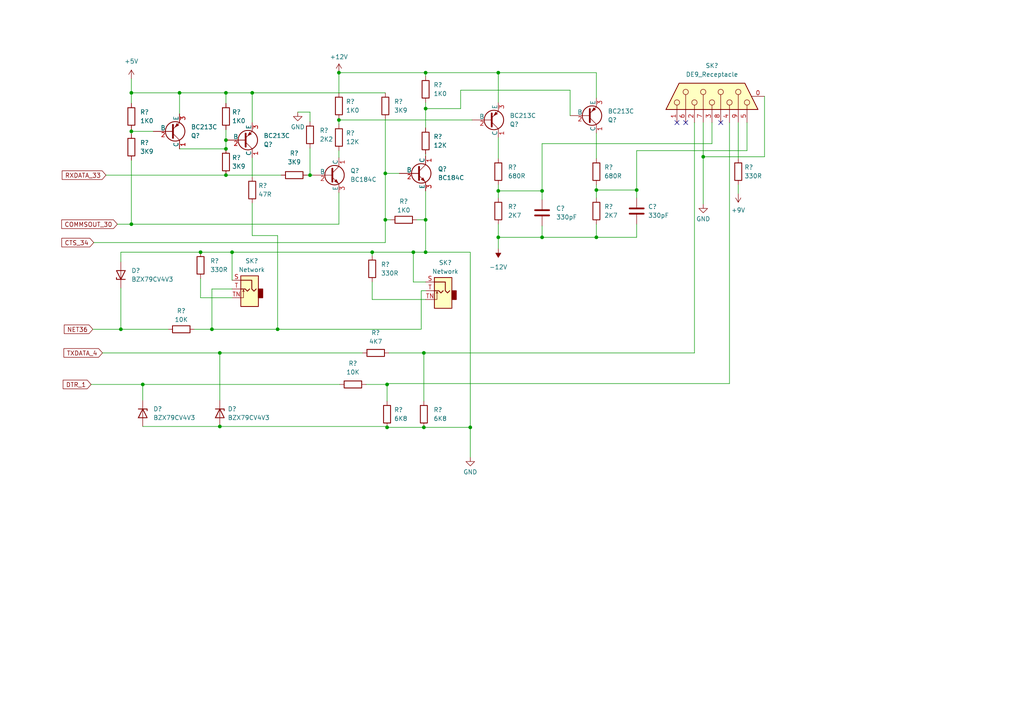
<source format=kicad_sch>
(kicad_sch (version 20230121) (generator eeschema)

  (uuid 1b86cbe7-ec7d-4a2b-9f24-0e5f193e5a74)

  (paper "A4")

  (title_block
    (title "ZX Interface 1 Schematic")
    (date "2023-10-30")
    (rev "1.0")
  )

  (lib_symbols
    (symbol "Connector:DE9_Receptacle_MountingHoles" (pin_names (offset 1.016) hide) (in_bom yes) (on_board yes)
      (property "Reference" "J" (at 0 16.51 0)
        (effects (font (size 1.27 1.27)))
      )
      (property "Value" "DE9_Receptacle_MountingHoles" (at 0 14.605 0)
        (effects (font (size 1.27 1.27)))
      )
      (property "Footprint" "" (at 0 0 0)
        (effects (font (size 1.27 1.27)) hide)
      )
      (property "Datasheet" " ~" (at 0 0 0)
        (effects (font (size 1.27 1.27)) hide)
      )
      (property "ki_keywords" "connector receptacle female D-SUB DB9" (at 0 0 0)
        (effects (font (size 1.27 1.27)) hide)
      )
      (property "ki_description" "9-pin female receptacle socket D-SUB connector, Mounting Hole" (at 0 0 0)
        (effects (font (size 1.27 1.27)) hide)
      )
      (property "ki_fp_filters" "DSUB*Female*" (at 0 0 0)
        (effects (font (size 1.27 1.27)) hide)
      )
      (symbol "DE9_Receptacle_MountingHoles_0_1"
        (circle (center -1.778 -10.16) (radius 0.762)
          (stroke (width 0) (type default))
          (fill (type none))
        )
        (circle (center -1.778 -5.08) (radius 0.762)
          (stroke (width 0) (type default))
          (fill (type none))
        )
        (circle (center -1.778 0) (radius 0.762)
          (stroke (width 0) (type default))
          (fill (type none))
        )
        (circle (center -1.778 5.08) (radius 0.762)
          (stroke (width 0) (type default))
          (fill (type none))
        )
        (circle (center -1.778 10.16) (radius 0.762)
          (stroke (width 0) (type default))
          (fill (type none))
        )
        (polyline
          (pts
            (xy -3.81 -10.16)
            (xy -2.54 -10.16)
          )
          (stroke (width 0) (type default))
          (fill (type none))
        )
        (polyline
          (pts
            (xy -3.81 -7.62)
            (xy 0.508 -7.62)
          )
          (stroke (width 0) (type default))
          (fill (type none))
        )
        (polyline
          (pts
            (xy -3.81 -5.08)
            (xy -2.54 -5.08)
          )
          (stroke (width 0) (type default))
          (fill (type none))
        )
        (polyline
          (pts
            (xy -3.81 -2.54)
            (xy 0.508 -2.54)
          )
          (stroke (width 0) (type default))
          (fill (type none))
        )
        (polyline
          (pts
            (xy -3.81 0)
            (xy -2.54 0)
          )
          (stroke (width 0) (type default))
          (fill (type none))
        )
        (polyline
          (pts
            (xy -3.81 2.54)
            (xy 0.508 2.54)
          )
          (stroke (width 0) (type default))
          (fill (type none))
        )
        (polyline
          (pts
            (xy -3.81 5.08)
            (xy -2.54 5.08)
          )
          (stroke (width 0) (type default))
          (fill (type none))
        )
        (polyline
          (pts
            (xy -3.81 7.62)
            (xy 0.508 7.62)
          )
          (stroke (width 0) (type default))
          (fill (type none))
        )
        (polyline
          (pts
            (xy -3.81 10.16)
            (xy -2.54 10.16)
          )
          (stroke (width 0) (type default))
          (fill (type none))
        )
        (polyline
          (pts
            (xy -3.81 13.335)
            (xy -3.81 -13.335)
            (xy 3.81 -9.525)
            (xy 3.81 9.525)
            (xy -3.81 13.335)
          )
          (stroke (width 0.254) (type default))
          (fill (type background))
        )
        (circle (center 1.27 -7.62) (radius 0.762)
          (stroke (width 0) (type default))
          (fill (type none))
        )
        (circle (center 1.27 -2.54) (radius 0.762)
          (stroke (width 0) (type default))
          (fill (type none))
        )
        (circle (center 1.27 2.54) (radius 0.762)
          (stroke (width 0) (type default))
          (fill (type none))
        )
        (circle (center 1.27 7.62) (radius 0.762)
          (stroke (width 0) (type default))
          (fill (type none))
        )
      )
      (symbol "DE9_Receptacle_MountingHoles_1_1"
        (pin passive line (at 0 -15.24 90) (length 3.81)
          (name "PAD" (effects (font (size 1.27 1.27))))
          (number "0" (effects (font (size 1.27 1.27))))
        )
        (pin passive line (at -7.62 10.16 0) (length 3.81)
          (name "1" (effects (font (size 1.27 1.27))))
          (number "1" (effects (font (size 1.27 1.27))))
        )
        (pin passive line (at -7.62 5.08 0) (length 3.81)
          (name "2" (effects (font (size 1.27 1.27))))
          (number "2" (effects (font (size 1.27 1.27))))
        )
        (pin passive line (at -7.62 0 0) (length 3.81)
          (name "3" (effects (font (size 1.27 1.27))))
          (number "3" (effects (font (size 1.27 1.27))))
        )
        (pin passive line (at -7.62 -5.08 0) (length 3.81)
          (name "4" (effects (font (size 1.27 1.27))))
          (number "4" (effects (font (size 1.27 1.27))))
        )
        (pin passive line (at -7.62 -10.16 0) (length 3.81)
          (name "5" (effects (font (size 1.27 1.27))))
          (number "5" (effects (font (size 1.27 1.27))))
        )
        (pin passive line (at -7.62 7.62 0) (length 3.81)
          (name "6" (effects (font (size 1.27 1.27))))
          (number "6" (effects (font (size 1.27 1.27))))
        )
        (pin passive line (at -7.62 2.54 0) (length 3.81)
          (name "7" (effects (font (size 1.27 1.27))))
          (number "7" (effects (font (size 1.27 1.27))))
        )
        (pin passive line (at -7.62 -2.54 0) (length 3.81)
          (name "8" (effects (font (size 1.27 1.27))))
          (number "8" (effects (font (size 1.27 1.27))))
        )
        (pin passive line (at -7.62 -7.62 0) (length 3.81)
          (name "9" (effects (font (size 1.27 1.27))))
          (number "9" (effects (font (size 1.27 1.27))))
        )
      )
    )
    (symbol "Connector_Audio:AudioJack2_SwitchT" (in_bom yes) (on_board yes)
      (property "Reference" "J" (at 0 8.89 0)
        (effects (font (size 1.27 1.27)))
      )
      (property "Value" "AudioJack2_SwitchT" (at 0 6.35 0)
        (effects (font (size 1.27 1.27)))
      )
      (property "Footprint" "" (at 0 0 0)
        (effects (font (size 1.27 1.27)) hide)
      )
      (property "Datasheet" "~" (at 0 0 0)
        (effects (font (size 1.27 1.27)) hide)
      )
      (property "ki_keywords" "audio jack receptacle mono headphones phone TS connector" (at 0 0 0)
        (effects (font (size 1.27 1.27)) hide)
      )
      (property "ki_description" "Audio Jack, 2 Poles (Mono / TS), Switched T Pole (Normalling)" (at 0 0 0)
        (effects (font (size 1.27 1.27)) hide)
      )
      (property "ki_fp_filters" "Jack*" (at 0 0 0)
        (effects (font (size 1.27 1.27)) hide)
      )
      (symbol "AudioJack2_SwitchT_0_1"
        (rectangle (start -2.54 0) (end -3.81 -2.54)
          (stroke (width 0.254) (type default))
          (fill (type outline))
        )
        (polyline
          (pts
            (xy 1.778 -0.254)
            (xy 2.032 -0.762)
          )
          (stroke (width 0) (type default))
          (fill (type none))
        )
        (polyline
          (pts
            (xy 0 0)
            (xy 0.635 -0.635)
            (xy 1.27 0)
            (xy 2.54 0)
          )
          (stroke (width 0.254) (type default))
          (fill (type none))
        )
        (polyline
          (pts
            (xy 2.54 -2.54)
            (xy 1.778 -2.54)
            (xy 1.778 -0.254)
            (xy 1.524 -0.762)
          )
          (stroke (width 0) (type default))
          (fill (type none))
        )
        (polyline
          (pts
            (xy 2.54 2.54)
            (xy -0.635 2.54)
            (xy -0.635 0)
            (xy -1.27 -0.635)
            (xy -1.905 0)
          )
          (stroke (width 0.254) (type default))
          (fill (type none))
        )
        (rectangle (start 2.54 3.81) (end -2.54 -5.08)
          (stroke (width 0.254) (type default))
          (fill (type background))
        )
      )
      (symbol "AudioJack2_SwitchT_1_1"
        (pin passive line (at 5.08 2.54 180) (length 2.54)
          (name "~" (effects (font (size 1.27 1.27))))
          (number "S" (effects (font (size 1.27 1.27))))
        )
        (pin passive line (at 5.08 0 180) (length 2.54)
          (name "~" (effects (font (size 1.27 1.27))))
          (number "T" (effects (font (size 1.27 1.27))))
        )
        (pin passive line (at 5.08 -2.54 180) (length 2.54)
          (name "~" (effects (font (size 1.27 1.27))))
          (number "TN" (effects (font (size 1.27 1.27))))
        )
      )
    )
    (symbol "Device:C" (pin_numbers hide) (pin_names (offset 0.254)) (in_bom yes) (on_board yes)
      (property "Reference" "C" (at 0.635 2.54 0)
        (effects (font (size 1.27 1.27)) (justify left))
      )
      (property "Value" "C" (at 0.635 -2.54 0)
        (effects (font (size 1.27 1.27)) (justify left))
      )
      (property "Footprint" "" (at 0.9652 -3.81 0)
        (effects (font (size 1.27 1.27)) hide)
      )
      (property "Datasheet" "~" (at 0 0 0)
        (effects (font (size 1.27 1.27)) hide)
      )
      (property "ki_keywords" "cap capacitor" (at 0 0 0)
        (effects (font (size 1.27 1.27)) hide)
      )
      (property "ki_description" "Unpolarized capacitor" (at 0 0 0)
        (effects (font (size 1.27 1.27)) hide)
      )
      (property "ki_fp_filters" "C_*" (at 0 0 0)
        (effects (font (size 1.27 1.27)) hide)
      )
      (symbol "C_0_1"
        (polyline
          (pts
            (xy -2.032 -0.762)
            (xy 2.032 -0.762)
          )
          (stroke (width 0.508) (type default))
          (fill (type none))
        )
        (polyline
          (pts
            (xy -2.032 0.762)
            (xy 2.032 0.762)
          )
          (stroke (width 0.508) (type default))
          (fill (type none))
        )
      )
      (symbol "C_1_1"
        (pin passive line (at 0 3.81 270) (length 2.794)
          (name "~" (effects (font (size 1.27 1.27))))
          (number "1" (effects (font (size 1.27 1.27))))
        )
        (pin passive line (at 0 -3.81 90) (length 2.794)
          (name "~" (effects (font (size 1.27 1.27))))
          (number "2" (effects (font (size 1.27 1.27))))
        )
      )
    )
    (symbol "Device:D_Zener" (pin_numbers hide) (pin_names (offset 1.016) hide) (in_bom yes) (on_board yes)
      (property "Reference" "D" (at 0 2.54 0)
        (effects (font (size 1.27 1.27)))
      )
      (property "Value" "D_Zener" (at 0 -2.54 0)
        (effects (font (size 1.27 1.27)))
      )
      (property "Footprint" "" (at 0 0 0)
        (effects (font (size 1.27 1.27)) hide)
      )
      (property "Datasheet" "~" (at 0 0 0)
        (effects (font (size 1.27 1.27)) hide)
      )
      (property "ki_keywords" "diode" (at 0 0 0)
        (effects (font (size 1.27 1.27)) hide)
      )
      (property "ki_description" "Zener diode" (at 0 0 0)
        (effects (font (size 1.27 1.27)) hide)
      )
      (property "ki_fp_filters" "TO-???* *_Diode_* *SingleDiode* D_*" (at 0 0 0)
        (effects (font (size 1.27 1.27)) hide)
      )
      (symbol "D_Zener_0_1"
        (polyline
          (pts
            (xy 1.27 0)
            (xy -1.27 0)
          )
          (stroke (width 0) (type default))
          (fill (type none))
        )
        (polyline
          (pts
            (xy -1.27 -1.27)
            (xy -1.27 1.27)
            (xy -0.762 1.27)
          )
          (stroke (width 0.254) (type default))
          (fill (type none))
        )
        (polyline
          (pts
            (xy 1.27 -1.27)
            (xy 1.27 1.27)
            (xy -1.27 0)
            (xy 1.27 -1.27)
          )
          (stroke (width 0.254) (type default))
          (fill (type none))
        )
      )
      (symbol "D_Zener_1_1"
        (pin passive line (at -3.81 0 0) (length 2.54)
          (name "K" (effects (font (size 1.27 1.27))))
          (number "1" (effects (font (size 1.27 1.27))))
        )
        (pin passive line (at 3.81 0 180) (length 2.54)
          (name "A" (effects (font (size 1.27 1.27))))
          (number "2" (effects (font (size 1.27 1.27))))
        )
      )
    )
    (symbol "Device:Q_NPN_CBE" (pin_names (offset 0)) (in_bom yes) (on_board yes)
      (property "Reference" "Q" (at 5.08 1.27 0)
        (effects (font (size 1.27 1.27)) (justify left))
      )
      (property "Value" "Q_NPN_CBE" (at 5.08 -1.27 0)
        (effects (font (size 1.27 1.27)) (justify left))
      )
      (property "Footprint" "" (at 5.08 2.54 0)
        (effects (font (size 1.27 1.27)) hide)
      )
      (property "Datasheet" "~" (at 0 0 0)
        (effects (font (size 1.27 1.27)) hide)
      )
      (property "ki_keywords" "transistor NPN" (at 0 0 0)
        (effects (font (size 1.27 1.27)) hide)
      )
      (property "ki_description" "NPN transistor, collector/base/emitter" (at 0 0 0)
        (effects (font (size 1.27 1.27)) hide)
      )
      (symbol "Q_NPN_CBE_0_1"
        (polyline
          (pts
            (xy 0.635 0.635)
            (xy 2.54 2.54)
          )
          (stroke (width 0) (type default))
          (fill (type none))
        )
        (polyline
          (pts
            (xy 0.635 -0.635)
            (xy 2.54 -2.54)
            (xy 2.54 -2.54)
          )
          (stroke (width 0) (type default))
          (fill (type none))
        )
        (polyline
          (pts
            (xy 0.635 1.905)
            (xy 0.635 -1.905)
            (xy 0.635 -1.905)
          )
          (stroke (width 0.508) (type default))
          (fill (type none))
        )
        (polyline
          (pts
            (xy 1.27 -1.778)
            (xy 1.778 -1.27)
            (xy 2.286 -2.286)
            (xy 1.27 -1.778)
            (xy 1.27 -1.778)
          )
          (stroke (width 0) (type default))
          (fill (type outline))
        )
        (circle (center 1.27 0) (radius 2.8194)
          (stroke (width 0.254) (type default))
          (fill (type none))
        )
      )
      (symbol "Q_NPN_CBE_1_1"
        (pin passive line (at 2.54 5.08 270) (length 2.54)
          (name "C" (effects (font (size 1.27 1.27))))
          (number "1" (effects (font (size 1.27 1.27))))
        )
        (pin input line (at -5.08 0 0) (length 5.715)
          (name "B" (effects (font (size 1.27 1.27))))
          (number "2" (effects (font (size 1.27 1.27))))
        )
        (pin passive line (at 2.54 -5.08 90) (length 2.54)
          (name "E" (effects (font (size 1.27 1.27))))
          (number "3" (effects (font (size 1.27 1.27))))
        )
      )
    )
    (symbol "Device:Q_PNP_CBE" (pin_names (offset 0)) (in_bom yes) (on_board yes)
      (property "Reference" "Q" (at 5.08 1.27 0)
        (effects (font (size 1.27 1.27)) (justify left))
      )
      (property "Value" "Q_PNP_CBE" (at 5.08 -1.27 0)
        (effects (font (size 1.27 1.27)) (justify left))
      )
      (property "Footprint" "" (at 5.08 2.54 0)
        (effects (font (size 1.27 1.27)) hide)
      )
      (property "Datasheet" "~" (at 0 0 0)
        (effects (font (size 1.27 1.27)) hide)
      )
      (property "ki_keywords" "transistor PNP" (at 0 0 0)
        (effects (font (size 1.27 1.27)) hide)
      )
      (property "ki_description" "PNP transistor, collector/base/emitter" (at 0 0 0)
        (effects (font (size 1.27 1.27)) hide)
      )
      (symbol "Q_PNP_CBE_0_1"
        (polyline
          (pts
            (xy 0.635 0.635)
            (xy 2.54 2.54)
          )
          (stroke (width 0) (type default))
          (fill (type none))
        )
        (polyline
          (pts
            (xy 0.635 -0.635)
            (xy 2.54 -2.54)
            (xy 2.54 -2.54)
          )
          (stroke (width 0) (type default))
          (fill (type none))
        )
        (polyline
          (pts
            (xy 0.635 1.905)
            (xy 0.635 -1.905)
            (xy 0.635 -1.905)
          )
          (stroke (width 0.508) (type default))
          (fill (type none))
        )
        (polyline
          (pts
            (xy 2.286 -1.778)
            (xy 1.778 -2.286)
            (xy 1.27 -1.27)
            (xy 2.286 -1.778)
            (xy 2.286 -1.778)
          )
          (stroke (width 0) (type default))
          (fill (type outline))
        )
        (circle (center 1.27 0) (radius 2.8194)
          (stroke (width 0.254) (type default))
          (fill (type none))
        )
      )
      (symbol "Q_PNP_CBE_1_1"
        (pin passive line (at 2.54 5.08 270) (length 2.54)
          (name "C" (effects (font (size 1.27 1.27))))
          (number "1" (effects (font (size 1.27 1.27))))
        )
        (pin input line (at -5.08 0 0) (length 5.715)
          (name "B" (effects (font (size 1.27 1.27))))
          (number "2" (effects (font (size 1.27 1.27))))
        )
        (pin passive line (at 2.54 -5.08 90) (length 2.54)
          (name "E" (effects (font (size 1.27 1.27))))
          (number "3" (effects (font (size 1.27 1.27))))
        )
      )
    )
    (symbol "Device:R" (pin_numbers hide) (pin_names (offset 0)) (in_bom yes) (on_board yes)
      (property "Reference" "R" (at 2.032 0 90)
        (effects (font (size 1.27 1.27)))
      )
      (property "Value" "R" (at 0 0 90)
        (effects (font (size 1.27 1.27)))
      )
      (property "Footprint" "" (at -1.778 0 90)
        (effects (font (size 1.27 1.27)) hide)
      )
      (property "Datasheet" "~" (at 0 0 0)
        (effects (font (size 1.27 1.27)) hide)
      )
      (property "ki_keywords" "R res resistor" (at 0 0 0)
        (effects (font (size 1.27 1.27)) hide)
      )
      (property "ki_description" "Resistor" (at 0 0 0)
        (effects (font (size 1.27 1.27)) hide)
      )
      (property "ki_fp_filters" "R_*" (at 0 0 0)
        (effects (font (size 1.27 1.27)) hide)
      )
      (symbol "R_0_1"
        (rectangle (start -1.016 -2.54) (end 1.016 2.54)
          (stroke (width 0.254) (type default))
          (fill (type none))
        )
      )
      (symbol "R_1_1"
        (pin passive line (at 0 3.81 270) (length 1.27)
          (name "~" (effects (font (size 1.27 1.27))))
          (number "1" (effects (font (size 1.27 1.27))))
        )
        (pin passive line (at 0 -3.81 90) (length 1.27)
          (name "~" (effects (font (size 1.27 1.27))))
          (number "2" (effects (font (size 1.27 1.27))))
        )
      )
    )
    (symbol "Q_NPN_CBE_1" (pin_names (offset 0)) (in_bom yes) (on_board yes)
      (property "Reference" "Q" (at 5.08 1.27 0)
        (effects (font (size 1.27 1.27)) (justify left))
      )
      (property "Value" "Q_NPN_CBE" (at 5.08 -1.27 0)
        (effects (font (size 1.27 1.27)) (justify left))
      )
      (property "Footprint" "" (at 5.08 2.54 0)
        (effects (font (size 1.27 1.27)) hide)
      )
      (property "Datasheet" "~" (at 0 0 0)
        (effects (font (size 1.27 1.27)) hide)
      )
      (property "ki_keywords" "transistor NPN" (at 0 0 0)
        (effects (font (size 1.27 1.27)) hide)
      )
      (property "ki_description" "NPN transistor, collector/base/emitter" (at 0 0 0)
        (effects (font (size 1.27 1.27)) hide)
      )
      (symbol "Q_NPN_CBE_1_0_1"
        (polyline
          (pts
            (xy 0.635 0.635)
            (xy 2.54 2.54)
          )
          (stroke (width 0) (type default))
          (fill (type none))
        )
        (polyline
          (pts
            (xy 0.635 -0.635)
            (xy 2.54 -2.54)
            (xy 2.54 -2.54)
          )
          (stroke (width 0) (type default))
          (fill (type none))
        )
        (polyline
          (pts
            (xy 0.635 1.905)
            (xy 0.635 -1.905)
            (xy 0.635 -1.905)
          )
          (stroke (width 0.508) (type default))
          (fill (type none))
        )
        (polyline
          (pts
            (xy 1.27 -1.778)
            (xy 1.778 -1.27)
            (xy 2.286 -2.286)
            (xy 1.27 -1.778)
            (xy 1.27 -1.778)
          )
          (stroke (width 0) (type default))
          (fill (type outline))
        )
        (circle (center 1.27 0) (radius 2.8194)
          (stroke (width 0.254) (type default))
          (fill (type none))
        )
      )
      (symbol "Q_NPN_CBE_1_1_1"
        (pin passive line (at 2.54 5.08 270) (length 2.54)
          (name "C" (effects (font (size 1.27 1.27))))
          (number "1" (effects (font (size 1.27 1.27))))
        )
        (pin input line (at -5.08 0 0) (length 5.715)
          (name "B" (effects (font (size 1.27 1.27))))
          (number "2" (effects (font (size 1.27 1.27))))
        )
        (pin passive line (at 2.54 -5.08 90) (length 2.54)
          (name "E" (effects (font (size 1.27 1.27))))
          (number "3" (effects (font (size 1.27 1.27))))
        )
      )
    )
    (symbol "Q_PNP_CBE_1" (pin_names (offset 0)) (in_bom yes) (on_board yes)
      (property "Reference" "Q" (at 5.08 1.27 0)
        (effects (font (size 1.27 1.27)) (justify left))
      )
      (property "Value" "Q_PNP_CBE" (at 5.08 -1.27 0)
        (effects (font (size 1.27 1.27)) (justify left))
      )
      (property "Footprint" "" (at 5.08 2.54 0)
        (effects (font (size 1.27 1.27)) hide)
      )
      (property "Datasheet" "~" (at 0 0 0)
        (effects (font (size 1.27 1.27)) hide)
      )
      (property "ki_keywords" "transistor PNP" (at 0 0 0)
        (effects (font (size 1.27 1.27)) hide)
      )
      (property "ki_description" "PNP transistor, collector/base/emitter" (at 0 0 0)
        (effects (font (size 1.27 1.27)) hide)
      )
      (symbol "Q_PNP_CBE_1_0_1"
        (polyline
          (pts
            (xy 0.635 0.635)
            (xy 2.54 2.54)
          )
          (stroke (width 0) (type default))
          (fill (type none))
        )
        (polyline
          (pts
            (xy 0.635 -0.635)
            (xy 2.54 -2.54)
            (xy 2.54 -2.54)
          )
          (stroke (width 0) (type default))
          (fill (type none))
        )
        (polyline
          (pts
            (xy 0.635 1.905)
            (xy 0.635 -1.905)
            (xy 0.635 -1.905)
          )
          (stroke (width 0.508) (type default))
          (fill (type none))
        )
        (polyline
          (pts
            (xy 2.286 -1.778)
            (xy 1.778 -2.286)
            (xy 1.27 -1.27)
            (xy 2.286 -1.778)
            (xy 2.286 -1.778)
          )
          (stroke (width 0) (type default))
          (fill (type outline))
        )
        (circle (center 1.27 0) (radius 2.8194)
          (stroke (width 0.254) (type default))
          (fill (type none))
        )
      )
      (symbol "Q_PNP_CBE_1_1_1"
        (pin passive line (at 2.54 5.08 270) (length 2.54)
          (name "C" (effects (font (size 1.27 1.27))))
          (number "1" (effects (font (size 1.27 1.27))))
        )
        (pin input line (at -5.08 0 0) (length 5.715)
          (name "B" (effects (font (size 1.27 1.27))))
          (number "2" (effects (font (size 1.27 1.27))))
        )
        (pin passive line (at 2.54 -5.08 90) (length 2.54)
          (name "E" (effects (font (size 1.27 1.27))))
          (number "3" (effects (font (size 1.27 1.27))))
        )
      )
    )
    (symbol "Q_PNP_CBE_2" (pin_names (offset 0)) (in_bom yes) (on_board yes)
      (property "Reference" "Q" (at 5.08 1.27 0)
        (effects (font (size 1.27 1.27)) (justify left))
      )
      (property "Value" "Q_PNP_CBE" (at 5.08 -1.27 0)
        (effects (font (size 1.27 1.27)) (justify left))
      )
      (property "Footprint" "" (at 5.08 2.54 0)
        (effects (font (size 1.27 1.27)) hide)
      )
      (property "Datasheet" "~" (at 0 0 0)
        (effects (font (size 1.27 1.27)) hide)
      )
      (property "ki_keywords" "transistor PNP" (at 0 0 0)
        (effects (font (size 1.27 1.27)) hide)
      )
      (property "ki_description" "PNP transistor, collector/base/emitter" (at 0 0 0)
        (effects (font (size 1.27 1.27)) hide)
      )
      (symbol "Q_PNP_CBE_2_0_1"
        (polyline
          (pts
            (xy 0.635 0.635)
            (xy 2.54 2.54)
          )
          (stroke (width 0) (type default))
          (fill (type none))
        )
        (polyline
          (pts
            (xy 0.635 -0.635)
            (xy 2.54 -2.54)
            (xy 2.54 -2.54)
          )
          (stroke (width 0) (type default))
          (fill (type none))
        )
        (polyline
          (pts
            (xy 0.635 1.905)
            (xy 0.635 -1.905)
            (xy 0.635 -1.905)
          )
          (stroke (width 0.508) (type default))
          (fill (type none))
        )
        (polyline
          (pts
            (xy 2.286 -1.778)
            (xy 1.778 -2.286)
            (xy 1.27 -1.27)
            (xy 2.286 -1.778)
            (xy 2.286 -1.778)
          )
          (stroke (width 0) (type default))
          (fill (type outline))
        )
        (circle (center 1.27 0) (radius 2.8194)
          (stroke (width 0.254) (type default))
          (fill (type none))
        )
      )
      (symbol "Q_PNP_CBE_2_1_1"
        (pin passive line (at 2.54 5.08 270) (length 2.54)
          (name "C" (effects (font (size 1.27 1.27))))
          (number "1" (effects (font (size 1.27 1.27))))
        )
        (pin input line (at -5.08 0 0) (length 5.715)
          (name "B" (effects (font (size 1.27 1.27))))
          (number "2" (effects (font (size 1.27 1.27))))
        )
        (pin passive line (at 2.54 -5.08 90) (length 2.54)
          (name "E" (effects (font (size 1.27 1.27))))
          (number "3" (effects (font (size 1.27 1.27))))
        )
      )
    )
    (symbol "Q_PNP_CBE_3" (pin_names (offset 0)) (in_bom yes) (on_board yes)
      (property "Reference" "Q" (at 5.08 1.27 0)
        (effects (font (size 1.27 1.27)) (justify left))
      )
      (property "Value" "Q_PNP_CBE" (at 5.08 -1.27 0)
        (effects (font (size 1.27 1.27)) (justify left))
      )
      (property "Footprint" "" (at 5.08 2.54 0)
        (effects (font (size 1.27 1.27)) hide)
      )
      (property "Datasheet" "~" (at 0 0 0)
        (effects (font (size 1.27 1.27)) hide)
      )
      (property "ki_keywords" "transistor PNP" (at 0 0 0)
        (effects (font (size 1.27 1.27)) hide)
      )
      (property "ki_description" "PNP transistor, collector/base/emitter" (at 0 0 0)
        (effects (font (size 1.27 1.27)) hide)
      )
      (symbol "Q_PNP_CBE_3_0_1"
        (polyline
          (pts
            (xy 0.635 0.635)
            (xy 2.54 2.54)
          )
          (stroke (width 0) (type default))
          (fill (type none))
        )
        (polyline
          (pts
            (xy 0.635 -0.635)
            (xy 2.54 -2.54)
            (xy 2.54 -2.54)
          )
          (stroke (width 0) (type default))
          (fill (type none))
        )
        (polyline
          (pts
            (xy 0.635 1.905)
            (xy 0.635 -1.905)
            (xy 0.635 -1.905)
          )
          (stroke (width 0.508) (type default))
          (fill (type none))
        )
        (polyline
          (pts
            (xy 2.286 -1.778)
            (xy 1.778 -2.286)
            (xy 1.27 -1.27)
            (xy 2.286 -1.778)
            (xy 2.286 -1.778)
          )
          (stroke (width 0) (type default))
          (fill (type outline))
        )
        (circle (center 1.27 0) (radius 2.8194)
          (stroke (width 0.254) (type default))
          (fill (type none))
        )
      )
      (symbol "Q_PNP_CBE_3_1_1"
        (pin passive line (at 2.54 5.08 270) (length 2.54)
          (name "C" (effects (font (size 1.27 1.27))))
          (number "1" (effects (font (size 1.27 1.27))))
        )
        (pin input line (at -5.08 0 0) (length 5.715)
          (name "B" (effects (font (size 1.27 1.27))))
          (number "2" (effects (font (size 1.27 1.27))))
        )
        (pin passive line (at 2.54 -5.08 90) (length 2.54)
          (name "E" (effects (font (size 1.27 1.27))))
          (number "3" (effects (font (size 1.27 1.27))))
        )
      )
    )
    (symbol "power:+12V" (power) (pin_names (offset 0)) (in_bom yes) (on_board yes)
      (property "Reference" "#PWR" (at 0 -3.81 0)
        (effects (font (size 1.27 1.27)) hide)
      )
      (property "Value" "+12V" (at 0 3.556 0)
        (effects (font (size 1.27 1.27)))
      )
      (property "Footprint" "" (at 0 0 0)
        (effects (font (size 1.27 1.27)) hide)
      )
      (property "Datasheet" "" (at 0 0 0)
        (effects (font (size 1.27 1.27)) hide)
      )
      (property "ki_keywords" "global power" (at 0 0 0)
        (effects (font (size 1.27 1.27)) hide)
      )
      (property "ki_description" "Power symbol creates a global label with name \"+12V\"" (at 0 0 0)
        (effects (font (size 1.27 1.27)) hide)
      )
      (symbol "+12V_0_1"
        (polyline
          (pts
            (xy -0.762 1.27)
            (xy 0 2.54)
          )
          (stroke (width 0) (type default))
          (fill (type none))
        )
        (polyline
          (pts
            (xy 0 0)
            (xy 0 2.54)
          )
          (stroke (width 0) (type default))
          (fill (type none))
        )
        (polyline
          (pts
            (xy 0 2.54)
            (xy 0.762 1.27)
          )
          (stroke (width 0) (type default))
          (fill (type none))
        )
      )
      (symbol "+12V_1_1"
        (pin power_in line (at 0 0 90) (length 0) hide
          (name "+12V" (effects (font (size 1.27 1.27))))
          (number "1" (effects (font (size 1.27 1.27))))
        )
      )
    )
    (symbol "power:+5V" (power) (pin_names (offset 0)) (in_bom yes) (on_board yes)
      (property "Reference" "#PWR" (at 0 -3.81 0)
        (effects (font (size 1.27 1.27)) hide)
      )
      (property "Value" "+5V" (at 0 3.556 0)
        (effects (font (size 1.27 1.27)))
      )
      (property "Footprint" "" (at 0 0 0)
        (effects (font (size 1.27 1.27)) hide)
      )
      (property "Datasheet" "" (at 0 0 0)
        (effects (font (size 1.27 1.27)) hide)
      )
      (property "ki_keywords" "global power" (at 0 0 0)
        (effects (font (size 1.27 1.27)) hide)
      )
      (property "ki_description" "Power symbol creates a global label with name \"+5V\"" (at 0 0 0)
        (effects (font (size 1.27 1.27)) hide)
      )
      (symbol "+5V_0_1"
        (polyline
          (pts
            (xy -0.762 1.27)
            (xy 0 2.54)
          )
          (stroke (width 0) (type default))
          (fill (type none))
        )
        (polyline
          (pts
            (xy 0 0)
            (xy 0 2.54)
          )
          (stroke (width 0) (type default))
          (fill (type none))
        )
        (polyline
          (pts
            (xy 0 2.54)
            (xy 0.762 1.27)
          )
          (stroke (width 0) (type default))
          (fill (type none))
        )
      )
      (symbol "+5V_1_1"
        (pin power_in line (at 0 0 90) (length 0) hide
          (name "+5V" (effects (font (size 1.27 1.27))))
          (number "1" (effects (font (size 1.27 1.27))))
        )
      )
    )
    (symbol "power:+9V" (power) (pin_names (offset 0)) (in_bom yes) (on_board yes)
      (property "Reference" "#PWR" (at 0 -3.81 0)
        (effects (font (size 1.27 1.27)) hide)
      )
      (property "Value" "+9V" (at 0 3.556 0)
        (effects (font (size 1.27 1.27)))
      )
      (property "Footprint" "" (at 0 0 0)
        (effects (font (size 1.27 1.27)) hide)
      )
      (property "Datasheet" "" (at 0 0 0)
        (effects (font (size 1.27 1.27)) hide)
      )
      (property "ki_keywords" "global power" (at 0 0 0)
        (effects (font (size 1.27 1.27)) hide)
      )
      (property "ki_description" "Power symbol creates a global label with name \"+9V\"" (at 0 0 0)
        (effects (font (size 1.27 1.27)) hide)
      )
      (symbol "+9V_0_1"
        (polyline
          (pts
            (xy -0.762 1.27)
            (xy 0 2.54)
          )
          (stroke (width 0) (type default))
          (fill (type none))
        )
        (polyline
          (pts
            (xy 0 0)
            (xy 0 2.54)
          )
          (stroke (width 0) (type default))
          (fill (type none))
        )
        (polyline
          (pts
            (xy 0 2.54)
            (xy 0.762 1.27)
          )
          (stroke (width 0) (type default))
          (fill (type none))
        )
      )
      (symbol "+9V_1_1"
        (pin power_in line (at 0 0 90) (length 0) hide
          (name "+9V" (effects (font (size 1.27 1.27))))
          (number "1" (effects (font (size 1.27 1.27))))
        )
      )
    )
    (symbol "power:-12V" (power) (pin_names (offset 0)) (in_bom yes) (on_board yes)
      (property "Reference" "#PWR" (at 0 2.54 0)
        (effects (font (size 1.27 1.27)) hide)
      )
      (property "Value" "-12V" (at 0 3.81 0)
        (effects (font (size 1.27 1.27)))
      )
      (property "Footprint" "" (at 0 0 0)
        (effects (font (size 1.27 1.27)) hide)
      )
      (property "Datasheet" "" (at 0 0 0)
        (effects (font (size 1.27 1.27)) hide)
      )
      (property "ki_keywords" "global power" (at 0 0 0)
        (effects (font (size 1.27 1.27)) hide)
      )
      (property "ki_description" "Power symbol creates a global label with name \"-12V\"" (at 0 0 0)
        (effects (font (size 1.27 1.27)) hide)
      )
      (symbol "-12V_0_0"
        (pin power_in line (at 0 0 90) (length 0) hide
          (name "-12V" (effects (font (size 1.27 1.27))))
          (number "1" (effects (font (size 1.27 1.27))))
        )
      )
      (symbol "-12V_0_1"
        (polyline
          (pts
            (xy 0 0)
            (xy 0 1.27)
            (xy 0.762 1.27)
            (xy 0 2.54)
            (xy -0.762 1.27)
            (xy 0 1.27)
          )
          (stroke (width 0) (type default))
          (fill (type outline))
        )
      )
    )
    (symbol "power:GND" (power) (pin_names (offset 0)) (in_bom yes) (on_board yes)
      (property "Reference" "#PWR" (at 0 -6.35 0)
        (effects (font (size 1.27 1.27)) hide)
      )
      (property "Value" "GND" (at 0 -3.81 0)
        (effects (font (size 1.27 1.27)))
      )
      (property "Footprint" "" (at 0 0 0)
        (effects (font (size 1.27 1.27)) hide)
      )
      (property "Datasheet" "" (at 0 0 0)
        (effects (font (size 1.27 1.27)) hide)
      )
      (property "ki_keywords" "global power" (at 0 0 0)
        (effects (font (size 1.27 1.27)) hide)
      )
      (property "ki_description" "Power symbol creates a global label with name \"GND\" , ground" (at 0 0 0)
        (effects (font (size 1.27 1.27)) hide)
      )
      (symbol "GND_0_1"
        (polyline
          (pts
            (xy 0 0)
            (xy 0 -1.27)
            (xy 1.27 -1.27)
            (xy 0 -2.54)
            (xy -1.27 -1.27)
            (xy 0 -1.27)
          )
          (stroke (width 0) (type default))
          (fill (type none))
        )
      )
      (symbol "GND_1_1"
        (pin power_in line (at 0 0 270) (length 0) hide
          (name "GND" (effects (font (size 1.27 1.27))))
          (number "1" (effects (font (size 1.27 1.27))))
        )
      )
    )
  )

  (junction (at 122.936 123.952) (diameter 0) (color 0 0 0 0)
    (uuid 0a16834f-7c24-4085-a842-89003208fdc9)
  )
  (junction (at 123.444 31.496) (diameter 0) (color 0 0 0 0)
    (uuid 0c434a55-74e7-4604-864e-60cbc0210e5f)
  )
  (junction (at 119.888 73.152) (diameter 0) (color 0 0 0 0)
    (uuid 12084d28-78be-4cfc-a6d2-9339464a4e58)
  )
  (junction (at 107.95 73.152) (diameter 0) (color 0 0 0 0)
    (uuid 125ca6bb-a343-438f-9207-b3ad372d2a0e)
  )
  (junction (at 112.268 123.952) (diameter 0) (color 0 0 0 0)
    (uuid 12a69b5e-75a2-47e6-993e-f2fff24536a5)
  )
  (junction (at 122.936 102.362) (diameter 0) (color 0 0 0 0)
    (uuid 15b20f04-fad2-4a03-b001-b32ff58bad76)
  )
  (junction (at 35.052 95.504) (diameter 0) (color 0 0 0 0)
    (uuid 179abd57-8034-4c12-a71d-48a3f1e869e4)
  )
  (junction (at 157.226 68.834) (diameter 0) (color 0 0 0 0)
    (uuid 1b8ff584-303f-4a5a-935d-7c2caaf8bca2)
  )
  (junction (at 144.526 68.834) (diameter 0) (color 0 0 0 0)
    (uuid 227aca77-de86-45a6-b7a8-83e9084602dd)
  )
  (junction (at 172.974 55.118) (diameter 0) (color 0 0 0 0)
    (uuid 35b2d440-7053-463d-a120-d8a81c0dc35f)
  )
  (junction (at 63.754 123.698) (diameter 0) (color 0 0 0 0)
    (uuid 3b09507e-0252-4db8-b30b-49473a885023)
  )
  (junction (at 136.398 123.952) (diameter 0) (color 0 0 0 0)
    (uuid 3bf5996b-1c77-4d24-986f-6508916243e5)
  )
  (junction (at 123.444 73.152) (diameter 0) (color 0 0 0 0)
    (uuid 42beafa9-6788-4469-b78c-5007b962c1de)
  )
  (junction (at 157.226 55.372) (diameter 0) (color 0 0 0 0)
    (uuid 4600025c-08ac-4065-a171-bd506ad2dca4)
  )
  (junction (at 38.1 26.924) (diameter 0) (color 0 0 0 0)
    (uuid 4826c925-03aa-4417-b695-3b80473a7078)
  )
  (junction (at 172.974 68.834) (diameter 0) (color 0 0 0 0)
    (uuid 4bd7e07b-ed39-4890-95b8-27980eb13620)
  )
  (junction (at 123.444 21.082) (diameter 0) (color 0 0 0 0)
    (uuid 5136d3a8-28b1-4c77-8a92-f047fd5c5232)
  )
  (junction (at 65.532 50.8) (diameter 0) (color 0 0 0 0)
    (uuid 5743b17e-087b-4c48-807c-b60bd579852b)
  )
  (junction (at 184.658 55.118) (diameter 0) (color 0 0 0 0)
    (uuid 5abc129b-c57d-4b2a-a793-1a54c4695624)
  )
  (junction (at 65.532 26.924) (diameter 0) (color 0 0 0 0)
    (uuid 5affa9ab-fd8e-4657-81a5-6653e2ab7f71)
  )
  (junction (at 52.07 26.924) (diameter 0) (color 0 0 0 0)
    (uuid 5bdfd183-3929-4b7e-81f5-dec337a09134)
  )
  (junction (at 144.526 55.372) (diameter 0) (color 0 0 0 0)
    (uuid 633776a7-84fa-43e1-9f2c-bf3b063a2c0f)
  )
  (junction (at 112.268 111.506) (diameter 0) (color 0 0 0 0)
    (uuid 78476223-20a5-4040-bfe8-91425518dc57)
  )
  (junction (at 123.444 63.754) (diameter 0) (color 0 0 0 0)
    (uuid 8536d0c9-d568-40fd-bc2b-6b3d371de0a7)
  )
  (junction (at 80.518 95.504) (diameter 0) (color 0 0 0 0)
    (uuid 87d37767-2463-4add-869a-5e96bd89d87e)
  )
  (junction (at 38.1 38.1) (diameter 0) (color 0 0 0 0)
    (uuid 8a6ae195-13df-47c8-a845-80396bffc2d2)
  )
  (junction (at 65.532 43.18) (diameter 0) (color 0 0 0 0)
    (uuid 91364c40-5a0a-4350-a0b4-0eb5816fd4dd)
  )
  (junction (at 89.916 50.8) (diameter 0) (color 0 0 0 0)
    (uuid b00ea4b0-a867-4c61-8615-fd1311316407)
  )
  (junction (at 65.532 40.64) (diameter 0) (color 0 0 0 0)
    (uuid b207e50b-f04d-4af2-a929-9cff0504e50d)
  )
  (junction (at 63.754 102.362) (diameter 0) (color 0 0 0 0)
    (uuid b20f1882-1c6f-4c2a-b9fa-94df4a72bc55)
  )
  (junction (at 203.962 45.466) (diameter 0) (color 0 0 0 0)
    (uuid b2b34cbe-38e2-400c-8a9a-e7da9cd137e9)
  )
  (junction (at 144.526 21.082) (diameter 0) (color 0 0 0 0)
    (uuid b3c0e172-6ed8-46f4-9881-3c5a36643150)
  )
  (junction (at 111.76 50.292) (diameter 0) (color 0 0 0 0)
    (uuid b54f2eab-ebaa-46ce-ad18-06d433dc887c)
  )
  (junction (at 61.468 95.504) (diameter 0) (color 0 0 0 0)
    (uuid b58777e2-ff13-4d81-b7c9-95bf2c75123c)
  )
  (junction (at 38.1 65.024) (diameter 0) (color 0 0 0 0)
    (uuid c248640a-efe8-4cd2-a026-ee63b41cafaa)
  )
  (junction (at 58.166 73.152) (diameter 0) (color 0 0 0 0)
    (uuid c7800d7e-c217-4fbc-8b4c-fe908fbb2f77)
  )
  (junction (at 111.76 63.754) (diameter 0) (color 0 0 0 0)
    (uuid d72ca2dc-cbbf-4cb3-b6d8-ce26fd20116e)
  )
  (junction (at 98.298 21.082) (diameter 0) (color 0 0 0 0)
    (uuid ec658152-4fb0-4797-a16b-feed59a0129e)
  )
  (junction (at 73.152 26.924) (diameter 0) (color 0 0 0 0)
    (uuid eedeb442-90bc-4655-a22c-33e1a45a6bff)
  )
  (junction (at 98.298 34.798) (diameter 0) (color 0 0 0 0)
    (uuid f2ec799a-ee9e-4dad-aa77-bac6ec28cafd)
  )
  (junction (at 67.31 73.152) (diameter 0) (color 0 0 0 0)
    (uuid f7e205ac-6cee-4a96-a856-b182fb9f6159)
  )
  (junction (at 41.402 111.506) (diameter 0) (color 0 0 0 0)
    (uuid f970d6eb-c287-498f-9ce3-25118569639b)
  )

  (no_connect (at 198.882 35.56) (uuid 40f8b17e-49f9-4503-bd9f-41e02086d68b))
  (no_connect (at 196.342 35.56) (uuid 7773ea14-b391-413a-828c-fc0599d3e9ef))
  (no_connect (at 209.042 35.56) (uuid fbce415a-38fa-4fb9-8426-8e138856c9a0))

  (wire (pts (xy 133.604 31.496) (xy 123.444 31.496))
    (stroke (width 0) (type default))
    (uuid 075aa836-a667-4296-8f9f-c12bcf04b06b)
  )
  (wire (pts (xy 216.662 35.56) (xy 216.662 43.688))
    (stroke (width 0) (type default))
    (uuid 077257c2-98dd-4526-9f5b-6185ac58b89d)
  )
  (wire (pts (xy 38.1 46.482) (xy 38.1 65.024))
    (stroke (width 0) (type default))
    (uuid 0845db05-9b36-4566-af05-238b17fa0d75)
  )
  (wire (pts (xy 119.888 81.788) (xy 119.888 73.152))
    (stroke (width 0) (type default))
    (uuid 08e3370b-1236-4b03-b513-c2007aeabbd9)
  )
  (wire (pts (xy 35.052 83.566) (xy 35.052 95.504))
    (stroke (width 0) (type default))
    (uuid 09dd3337-cf53-4b08-99fb-da48017aea53)
  )
  (wire (pts (xy 144.526 53.594) (xy 144.526 55.372))
    (stroke (width 0) (type default))
    (uuid 114c67e0-0854-41f1-9972-ced29787bed1)
  )
  (wire (pts (xy 73.152 68.326) (xy 80.518 68.326))
    (stroke (width 0) (type default))
    (uuid 12f80f12-236a-4d07-97ee-edde59a0c8f5)
  )
  (wire (pts (xy 144.526 68.834) (xy 144.526 72.136))
    (stroke (width 0) (type default))
    (uuid 132adc1f-022a-414c-a6c1-66a26d2bd991)
  )
  (wire (pts (xy 65.532 40.64) (xy 65.532 37.592))
    (stroke (width 0) (type default))
    (uuid 13396b44-5103-4517-86ea-5545dd0e93ed)
  )
  (wire (pts (xy 73.152 45.72) (xy 73.152 51.308))
    (stroke (width 0) (type default))
    (uuid 1431e4f3-2c5c-4826-991a-38a33f2d3bc8)
  )
  (wire (pts (xy 144.526 39.878) (xy 144.526 45.974))
    (stroke (width 0) (type default))
    (uuid 15a863db-0430-4f7d-bbac-56dfd8b6f4e2)
  )
  (wire (pts (xy 111.76 63.754) (xy 111.76 70.358))
    (stroke (width 0) (type default))
    (uuid 15eb8388-40b6-40d5-8405-b2d4dbc86ca0)
  )
  (wire (pts (xy 157.226 68.834) (xy 144.526 68.834))
    (stroke (width 0) (type default))
    (uuid 180d2bda-4e22-4060-94ca-b20b47435244)
  )
  (wire (pts (xy 123.444 63.754) (xy 123.444 73.152))
    (stroke (width 0) (type default))
    (uuid 1a74702d-19ad-46fb-9544-2990da5f3464)
  )
  (wire (pts (xy 61.468 83.82) (xy 67.31 83.82))
    (stroke (width 0) (type default))
    (uuid 1c59a397-55e1-4f83-abbb-ba1788e6be28)
  )
  (wire (pts (xy 184.658 55.118) (xy 184.658 57.404))
    (stroke (width 0) (type default))
    (uuid 1e60276e-4d4e-4c08-9447-1679c0862472)
  )
  (wire (pts (xy 111.76 63.754) (xy 113.284 63.754))
    (stroke (width 0) (type default))
    (uuid 2497f901-2fe6-4e5f-8c68-2ff925fca400)
  )
  (wire (pts (xy 184.658 43.688) (xy 184.658 55.118))
    (stroke (width 0) (type default))
    (uuid 252e96cd-8d53-426e-832f-96289f26ed9d)
  )
  (wire (pts (xy 38.1 38.1) (xy 38.1 38.862))
    (stroke (width 0) (type default))
    (uuid 2539b765-9c30-49cd-bf4f-d88d175953b6)
  )
  (wire (pts (xy 41.402 111.506) (xy 26.416 111.506))
    (stroke (width 0) (type default))
    (uuid 28a170fe-8a31-4a15-a2a0-f2954d48b6aa)
  )
  (wire (pts (xy 107.95 81.788) (xy 107.95 86.868))
    (stroke (width 0) (type default))
    (uuid 2b333710-bb0d-4805-963c-df1315991535)
  )
  (wire (pts (xy 122.936 102.362) (xy 201.422 102.362))
    (stroke (width 0) (type default))
    (uuid 2ba1b10b-6e6e-427f-8e1b-2dcbf866c891)
  )
  (wire (pts (xy 172.974 55.118) (xy 172.974 57.404))
    (stroke (width 0) (type default))
    (uuid 2c8d6016-bf70-4f8c-a337-e3890a02674d)
  )
  (wire (pts (xy 41.402 111.506) (xy 41.402 116.078))
    (stroke (width 0) (type default))
    (uuid 2ce09a1b-66dd-44c9-919f-134767e09c16)
  )
  (wire (pts (xy 107.95 73.152) (xy 107.95 74.168))
    (stroke (width 0) (type default))
    (uuid 33fce820-51e2-4747-8e75-70baca149a14)
  )
  (wire (pts (xy 112.268 111.506) (xy 112.268 116.332))
    (stroke (width 0) (type default))
    (uuid 34d07df8-a270-47c0-ae9b-9ab752726e14)
  )
  (wire (pts (xy 122.174 84.328) (xy 123.444 84.328))
    (stroke (width 0) (type default))
    (uuid 3851be13-7c42-46de-abdd-9ae4c7c2420d)
  )
  (wire (pts (xy 73.152 26.924) (xy 73.152 35.56))
    (stroke (width 0) (type default))
    (uuid 3a75f47e-bcfb-4b65-8a0f-216b0b4f3ced)
  )
  (wire (pts (xy 56.388 95.504) (xy 61.468 95.504))
    (stroke (width 0) (type default))
    (uuid 3c3f7469-117f-4d6c-a421-a00c2c3c089d)
  )
  (wire (pts (xy 122.936 102.362) (xy 122.936 116.332))
    (stroke (width 0) (type default))
    (uuid 3edfe06c-1c4c-4e75-ae52-0c21c647bafd)
  )
  (wire (pts (xy 61.468 83.82) (xy 61.468 95.504))
    (stroke (width 0) (type default))
    (uuid 3f22e9e4-a564-44d9-8430-956b3acb535d)
  )
  (wire (pts (xy 136.398 73.152) (xy 123.444 73.152))
    (stroke (width 0) (type default))
    (uuid 412c5be7-fe9c-4916-80e0-3082dafcb7d3)
  )
  (wire (pts (xy 52.07 43.18) (xy 65.532 43.18))
    (stroke (width 0) (type default))
    (uuid 42463423-5817-4d9c-9f62-d0ed42c0b72b)
  )
  (wire (pts (xy 172.974 21.082) (xy 144.526 21.082))
    (stroke (width 0) (type default))
    (uuid 42d74c38-624e-4f7e-97ea-39fce6a5c840)
  )
  (wire (pts (xy 221.742 27.94) (xy 221.742 45.466))
    (stroke (width 0) (type default))
    (uuid 42e5dcd7-3f80-48c8-82e6-38897bad3627)
  )
  (wire (pts (xy 157.226 65.532) (xy 157.226 68.834))
    (stroke (width 0) (type default))
    (uuid 42f7a9c6-67ca-4dbe-a606-5b21e2d48620)
  )
  (wire (pts (xy 123.444 55.372) (xy 123.444 63.754))
    (stroke (width 0) (type default))
    (uuid 4383d77a-59d0-4ea4-8fe8-a3db92504a59)
  )
  (wire (pts (xy 98.298 21.082) (xy 98.298 26.924))
    (stroke (width 0) (type default))
    (uuid 43a65304-aa32-45a6-a77c-eafc7fe58fce)
  )
  (wire (pts (xy 98.298 34.798) (xy 98.298 36.068))
    (stroke (width 0) (type default))
    (uuid 4640b193-c7ab-48f8-a441-30975b7b200d)
  )
  (wire (pts (xy 111.76 50.292) (xy 111.76 63.754))
    (stroke (width 0) (type default))
    (uuid 46a2d00b-bc36-40e2-8a45-af8963b5fac9)
  )
  (wire (pts (xy 111.76 70.358) (xy 27.178 70.358))
    (stroke (width 0) (type default))
    (uuid 49eaad5a-025c-4b39-a5dd-32cdead38790)
  )
  (wire (pts (xy 98.298 43.688) (xy 98.298 45.72))
    (stroke (width 0) (type default))
    (uuid 4ca673e2-17fc-49a2-91be-e981f2d398c7)
  )
  (wire (pts (xy 38.1 37.592) (xy 38.1 38.1))
    (stroke (width 0) (type default))
    (uuid 4e001a19-e467-4fc3-b8c3-b85dacfdaa4e)
  )
  (wire (pts (xy 58.166 86.36) (xy 67.31 86.36))
    (stroke (width 0) (type default))
    (uuid 56070cfa-2a4a-4d63-bdd7-62eb774c291b)
  )
  (wire (pts (xy 211.582 35.56) (xy 211.582 111.252))
    (stroke (width 0) (type default))
    (uuid 583c490e-89c1-40df-b70d-3cf976fb57ef)
  )
  (wire (pts (xy 63.754 102.362) (xy 63.754 116.078))
    (stroke (width 0) (type default))
    (uuid 5902eb11-0aaa-4825-8556-e065238e9187)
  )
  (wire (pts (xy 107.95 86.868) (xy 123.444 86.868))
    (stroke (width 0) (type default))
    (uuid 5cc33299-d32d-429b-aa67-944c734840c5)
  )
  (wire (pts (xy 67.31 73.152) (xy 107.95 73.152))
    (stroke (width 0) (type default))
    (uuid 62250208-56d1-4ccb-b495-d988b21fce2b)
  )
  (wire (pts (xy 73.152 26.924) (xy 65.532 26.924))
    (stroke (width 0) (type default))
    (uuid 62b35de5-1be9-40f4-b325-12b883bb9e5a)
  )
  (wire (pts (xy 203.962 45.466) (xy 203.962 59.182))
    (stroke (width 0) (type default))
    (uuid 65eb9f1c-e1bf-4859-a92d-b3d2a7f1352a)
  )
  (wire (pts (xy 136.906 34.798) (xy 98.298 34.798))
    (stroke (width 0) (type default))
    (uuid 68bbe2c7-7cc0-4af3-a7ba-5d06be5ddeef)
  )
  (wire (pts (xy 65.532 26.924) (xy 65.532 29.972))
    (stroke (width 0) (type default))
    (uuid 6939a12c-7e6c-49ef-b5cf-6fc5ec5604e4)
  )
  (wire (pts (xy 105.156 102.362) (xy 63.754 102.362))
    (stroke (width 0) (type default))
    (uuid 696f5dc6-832a-442f-8944-5e5ecb38a9d5)
  )
  (wire (pts (xy 172.974 65.024) (xy 172.974 68.834))
    (stroke (width 0) (type default))
    (uuid 6b8cd8ab-5c09-4347-9159-a40e393c2dab)
  )
  (wire (pts (xy 157.226 41.656) (xy 157.226 55.372))
    (stroke (width 0) (type default))
    (uuid 6bbfb2fe-f52e-4a6c-92ea-9bb7c65712c2)
  )
  (wire (pts (xy 172.974 53.594) (xy 172.974 55.118))
    (stroke (width 0) (type default))
    (uuid 6c61562b-1d16-4a1f-a3be-e51ff77d652f)
  )
  (wire (pts (xy 58.166 73.152) (xy 67.31 73.152))
    (stroke (width 0) (type default))
    (uuid 6d636357-d54e-4a2a-a5bb-683f37269a5d)
  )
  (wire (pts (xy 136.398 73.152) (xy 136.398 123.952))
    (stroke (width 0) (type default))
    (uuid 6d874938-2dab-4247-ab9c-5fcc52f56c8c)
  )
  (wire (pts (xy 112.776 102.362) (xy 122.936 102.362))
    (stroke (width 0) (type default))
    (uuid 6dfb49b1-df55-4163-967b-10c9306b7d80)
  )
  (wire (pts (xy 112.268 111.252) (xy 211.582 111.252))
    (stroke (width 0) (type default))
    (uuid 6f676fe1-f710-46ba-b16e-628faf225ba7)
  )
  (wire (pts (xy 123.444 21.082) (xy 144.526 21.082))
    (stroke (width 0) (type default))
    (uuid 714f6d29-c8a4-4f8c-b486-4de70e0047c1)
  )
  (wire (pts (xy 123.444 81.788) (xy 119.888 81.788))
    (stroke (width 0) (type default))
    (uuid 75bea814-fc7f-4181-a7ac-afdbc96fecff)
  )
  (wire (pts (xy 106.172 111.506) (xy 112.268 111.506))
    (stroke (width 0) (type default))
    (uuid 7becdba1-38d8-4f5a-ac9c-79caa3dbd0a9)
  )
  (wire (pts (xy 119.888 73.152) (xy 123.444 73.152))
    (stroke (width 0) (type default))
    (uuid 7cf8eaed-6305-40b3-8d1b-b7aa7db4bb22)
  )
  (wire (pts (xy 136.398 123.952) (xy 136.398 132.588))
    (stroke (width 0) (type default))
    (uuid 7d822eef-2acd-46b2-b82e-3a9c493c2b35)
  )
  (wire (pts (xy 214.122 35.56) (xy 214.122 45.974))
    (stroke (width 0) (type default))
    (uuid 81c13a10-c8a0-493e-9fde-af2e530dd9f0)
  )
  (wire (pts (xy 184.658 65.024) (xy 184.658 68.834))
    (stroke (width 0) (type default))
    (uuid 81caebe7-586e-40fa-944b-f5367ea737e8)
  )
  (wire (pts (xy 172.974 38.608) (xy 172.974 45.974))
    (stroke (width 0) (type default))
    (uuid 85493978-52d1-41a5-9aa1-d9c210212123)
  )
  (wire (pts (xy 111.76 34.544) (xy 111.76 50.292))
    (stroke (width 0) (type default))
    (uuid 87f71b44-65a4-43a4-be53-9ab98d0f821e)
  )
  (wire (pts (xy 123.444 44.704) (xy 123.444 45.212))
    (stroke (width 0) (type default))
    (uuid 883ea9ef-34a9-4961-b57b-187574084608)
  )
  (wire (pts (xy 133.604 26.162) (xy 133.604 31.496))
    (stroke (width 0) (type default))
    (uuid 886e0104-9337-4f8d-a85b-a438e7adf8ef)
  )
  (wire (pts (xy 123.444 29.718) (xy 123.444 31.496))
    (stroke (width 0) (type default))
    (uuid 8f0d690f-5757-40b8-b00d-d7038bdb1309)
  )
  (wire (pts (xy 52.07 26.924) (xy 52.07 33.02))
    (stroke (width 0) (type default))
    (uuid 930de648-69b3-476f-8605-8760c14cf00d)
  )
  (wire (pts (xy 111.76 50.292) (xy 115.824 50.292))
    (stroke (width 0) (type default))
    (uuid 9383705a-dacb-4f97-bcda-9bb46e886955)
  )
  (wire (pts (xy 112.268 111.252) (xy 112.268 111.506))
    (stroke (width 0) (type default))
    (uuid 95320823-a676-4a9a-88e6-42f7cc99b322)
  )
  (wire (pts (xy 65.532 50.8) (xy 81.534 50.8))
    (stroke (width 0) (type default))
    (uuid 9534fb7a-aa78-4ff9-ad74-83ad4e6923f3)
  )
  (wire (pts (xy 98.298 34.798) (xy 98.298 34.544))
    (stroke (width 0) (type default))
    (uuid 963435a6-1326-43f4-ac8b-cc25f37f5bc3)
  )
  (wire (pts (xy 203.962 35.56) (xy 203.962 45.466))
    (stroke (width 0) (type default))
    (uuid 9716775a-9169-484b-b293-d1f88a414d78)
  )
  (wire (pts (xy 221.742 45.466) (xy 203.962 45.466))
    (stroke (width 0) (type default))
    (uuid 97fec3f1-9e76-4bc4-9de4-79ba04650b86)
  )
  (wire (pts (xy 165.354 33.528) (xy 165.354 26.162))
    (stroke (width 0) (type default))
    (uuid 999109a4-6bfe-466c-ae83-2013ef696f30)
  )
  (wire (pts (xy 89.916 32.512) (xy 89.916 35.306))
    (stroke (width 0) (type default))
    (uuid 9abc0ff0-b23b-4a34-a4be-635c71d5333f)
  )
  (wire (pts (xy 89.916 42.926) (xy 89.916 50.8))
    (stroke (width 0) (type default))
    (uuid 9e701022-a86d-4f32-bac2-16b50a9edbc4)
  )
  (wire (pts (xy 80.518 95.504) (xy 61.468 95.504))
    (stroke (width 0) (type default))
    (uuid a08ebecc-1680-432f-b279-dcd2e2f8e556)
  )
  (wire (pts (xy 41.402 123.698) (xy 63.754 123.698))
    (stroke (width 0) (type default))
    (uuid a0e71efc-1858-4f7a-99e9-6cc5da5ad286)
  )
  (wire (pts (xy 35.052 75.946) (xy 35.052 73.152))
    (stroke (width 0) (type default))
    (uuid a1aca468-a70b-4a47-befb-d5cafa918d39)
  )
  (wire (pts (xy 184.658 68.834) (xy 172.974 68.834))
    (stroke (width 0) (type default))
    (uuid a43a8dcd-b51f-488a-a7f5-e174dde2ba47)
  )
  (wire (pts (xy 122.174 95.504) (xy 80.518 95.504))
    (stroke (width 0) (type default))
    (uuid a8153a40-0d27-4b1c-86ce-b2f5df79c7b7)
  )
  (wire (pts (xy 216.662 43.688) (xy 184.658 43.688))
    (stroke (width 0) (type default))
    (uuid aa2603c4-d4f7-488a-b140-86228c9e84cb)
  )
  (wire (pts (xy 98.298 65.024) (xy 38.1 65.024))
    (stroke (width 0) (type default))
    (uuid abc375e4-f561-45bf-b1c1-cf42801842e6)
  )
  (wire (pts (xy 35.052 95.504) (xy 48.768 95.504))
    (stroke (width 0) (type default))
    (uuid ae94d2b4-0739-412c-8fcf-d7fe416a267c)
  )
  (wire (pts (xy 98.552 111.506) (xy 41.402 111.506))
    (stroke (width 0) (type default))
    (uuid aec9b2d5-ff7e-40c5-abe5-61d12de6c098)
  )
  (wire (pts (xy 206.502 35.56) (xy 206.502 41.656))
    (stroke (width 0) (type default))
    (uuid b0f4c976-d1e1-4ce7-be71-724b475e206f)
  )
  (wire (pts (xy 112.268 123.698) (xy 112.268 123.952))
    (stroke (width 0) (type default))
    (uuid b107fcd7-3d93-46ba-8766-bf2f9839ba6e)
  )
  (wire (pts (xy 52.07 26.924) (xy 38.1 26.924))
    (stroke (width 0) (type default))
    (uuid b2ac4cf9-cd53-4059-9764-81a89ae51055)
  )
  (wire (pts (xy 89.916 50.8) (xy 90.678 50.8))
    (stroke (width 0) (type default))
    (uuid b2d0fb39-ae28-4e08-9cd5-f2ee289af0fd)
  )
  (wire (pts (xy 123.444 31.496) (xy 123.444 37.084))
    (stroke (width 0) (type default))
    (uuid b2f733e6-bcb7-4bd0-8455-24c324a1f4cb)
  )
  (wire (pts (xy 165.354 26.162) (xy 133.604 26.162))
    (stroke (width 0) (type default))
    (uuid b7b6f515-e577-48e6-87cf-6e096c0476be)
  )
  (wire (pts (xy 157.226 55.372) (xy 157.226 57.912))
    (stroke (width 0) (type default))
    (uuid b7bebab5-f7b8-4e69-a1e8-8051c485194f)
  )
  (wire (pts (xy 30.734 50.8) (xy 65.532 50.8))
    (stroke (width 0) (type default))
    (uuid baaf2eec-5046-4b63-a1db-5d6088190eda)
  )
  (wire (pts (xy 58.166 80.772) (xy 58.166 86.36))
    (stroke (width 0) (type default))
    (uuid bb7ce5a2-fe33-4df5-9290-202a6e93b5af)
  )
  (wire (pts (xy 35.052 73.152) (xy 58.166 73.152))
    (stroke (width 0) (type default))
    (uuid bc90eb22-b5db-4af1-bf0b-b016a8601395)
  )
  (wire (pts (xy 122.174 84.328) (xy 122.174 95.504))
    (stroke (width 0) (type default))
    (uuid bcaba38d-b1ec-4652-80fc-7984c024eeb0)
  )
  (wire (pts (xy 63.754 102.362) (xy 29.718 102.362))
    (stroke (width 0) (type default))
    (uuid c11f9450-e368-4848-9e0b-6ac70b2ae0c2)
  )
  (wire (pts (xy 73.152 26.924) (xy 111.76 26.924))
    (stroke (width 0) (type default))
    (uuid c2b5f6d9-9903-4e53-b9f6-ad3e247adb3e)
  )
  (wire (pts (xy 89.154 50.8) (xy 89.916 50.8))
    (stroke (width 0) (type default))
    (uuid c2ca1049-5657-44f6-94bc-765f8e76a524)
  )
  (wire (pts (xy 38.1 38.1) (xy 44.45 38.1))
    (stroke (width 0) (type default))
    (uuid c38435dc-2c70-4538-af30-c0ea3f6568f5)
  )
  (wire (pts (xy 122.936 123.952) (xy 136.398 123.952))
    (stroke (width 0) (type default))
    (uuid c3b4a59e-a566-418c-9a11-733b0cde28aa)
  )
  (wire (pts (xy 86.36 32.512) (xy 89.916 32.512))
    (stroke (width 0) (type default))
    (uuid c4cecd3b-8475-47aa-b017-82aad2f2c29d)
  )
  (wire (pts (xy 144.526 55.372) (xy 144.526 57.404))
    (stroke (width 0) (type default))
    (uuid d4a5407d-3c8c-406e-8a97-87fa2dc2b172)
  )
  (wire (pts (xy 206.502 41.656) (xy 157.226 41.656))
    (stroke (width 0) (type default))
    (uuid d59aeabf-78cc-4974-8c63-5856fb410a8f)
  )
  (wire (pts (xy 65.532 43.18) (xy 65.532 40.64))
    (stroke (width 0) (type default))
    (uuid d7661df8-83de-4486-a628-7f0442114479)
  )
  (wire (pts (xy 172.974 55.118) (xy 184.658 55.118))
    (stroke (width 0) (type default))
    (uuid d7fbd2f7-cad5-4ee9-8cef-b6c850c7ac4e)
  )
  (wire (pts (xy 144.526 55.372) (xy 157.226 55.372))
    (stroke (width 0) (type default))
    (uuid d9f1156c-d385-465e-863d-ca56639ee932)
  )
  (wire (pts (xy 38.1 26.924) (xy 38.1 29.972))
    (stroke (width 0) (type default))
    (uuid dacf9d10-0410-40ff-9658-1c4c32b8afb8)
  )
  (wire (pts (xy 52.07 26.924) (xy 65.532 26.924))
    (stroke (width 0) (type default))
    (uuid db551653-13be-45ff-9bd2-eb69ac478767)
  )
  (wire (pts (xy 98.298 55.88) (xy 98.298 65.024))
    (stroke (width 0) (type default))
    (uuid dfa22e33-4194-4f73-acfb-9af7ccb6c9e0)
  )
  (wire (pts (xy 201.422 35.56) (xy 201.422 102.362))
    (stroke (width 0) (type default))
    (uuid dfca62be-478e-4c88-bab3-c9800fb5aa7f)
  )
  (wire (pts (xy 120.904 63.754) (xy 123.444 63.754))
    (stroke (width 0) (type default))
    (uuid e19b0e72-b0be-44dd-945a-152d7483fbf1)
  )
  (wire (pts (xy 172.974 28.448) (xy 172.974 21.082))
    (stroke (width 0) (type default))
    (uuid e1c36f90-4f1a-469c-a132-3afaab53907b)
  )
  (wire (pts (xy 26.924 95.504) (xy 35.052 95.504))
    (stroke (width 0) (type default))
    (uuid e4e1c0c5-a4ba-4cd5-b40e-2ebe447cd2c0)
  )
  (wire (pts (xy 144.526 29.718) (xy 144.526 21.082))
    (stroke (width 0) (type default))
    (uuid e56d335c-fa26-4a8a-9f7b-02a5442fdfec)
  )
  (wire (pts (xy 123.444 21.082) (xy 98.298 21.082))
    (stroke (width 0) (type default))
    (uuid e59bf14b-470a-46e5-93c7-830b93aef141)
  )
  (wire (pts (xy 123.444 22.098) (xy 123.444 21.082))
    (stroke (width 0) (type default))
    (uuid e903b3ed-23e2-491c-a340-192f81d6ad0b)
  )
  (wire (pts (xy 67.31 73.152) (xy 67.31 81.28))
    (stroke (width 0) (type default))
    (uuid ec1a6461-dfc6-4a7d-998b-67f6f6d575c0)
  )
  (wire (pts (xy 144.526 65.024) (xy 144.526 68.834))
    (stroke (width 0) (type default))
    (uuid ef81844b-3ebd-4ba8-b8e3-9a2c58ae8eb5)
  )
  (wire (pts (xy 63.754 123.698) (xy 112.268 123.698))
    (stroke (width 0) (type default))
    (uuid f0c29f1a-ed15-4f6b-be6c-7c2c78914fc6)
  )
  (wire (pts (xy 214.122 53.594) (xy 214.122 56.134))
    (stroke (width 0) (type default))
    (uuid f497b278-360d-4430-b861-64fb6f3dd3c8)
  )
  (wire (pts (xy 172.974 68.834) (xy 157.226 68.834))
    (stroke (width 0) (type default))
    (uuid f4bcb074-f83d-42a3-9052-96cc99cb91f9)
  )
  (wire (pts (xy 38.1 22.86) (xy 38.1 26.924))
    (stroke (width 0) (type default))
    (uuid f54b96c4-4ab4-42a5-bdd8-7cb0bc1dba1e)
  )
  (wire (pts (xy 38.1 65.024) (xy 34.036 65.024))
    (stroke (width 0) (type default))
    (uuid f7d73f31-8717-4e26-8aaa-61e4d1dc6d83)
  )
  (wire (pts (xy 73.152 58.928) (xy 73.152 68.326))
    (stroke (width 0) (type default))
    (uuid f8cb4c52-af5c-4cfe-a140-1ba32f366eb7)
  )
  (wire (pts (xy 112.268 123.952) (xy 122.936 123.952))
    (stroke (width 0) (type default))
    (uuid f93cac85-db7b-400e-af55-17c9aa99166f)
  )
  (wire (pts (xy 107.95 73.152) (xy 119.888 73.152))
    (stroke (width 0) (type default))
    (uuid fa4572f9-fb8d-4369-bfcd-04c969f9555f)
  )
  (wire (pts (xy 80.518 68.326) (xy 80.518 95.504))
    (stroke (width 0) (type default))
    (uuid fe34b551-0660-459c-ac3f-9a06771c71cb)
  )

  (global_label "CTS_34" (shape input) (at 27.178 70.358 180) (fields_autoplaced)
    (effects (font (size 1.27 1.27)) (justify right))
    (uuid 00198e33-29b4-45a1-9586-bc95d391c3f3)
    (property "Intersheetrefs" "${INTERSHEET_REFS}" (at 17.3591 70.358 0)
      (effects (font (size 1.27 1.27)) (justify right))
    )
  )
  (global_label "NET36" (shape input) (at 26.924 95.504 180) (fields_autoplaced)
    (effects (font (size 1.27 1.27)) (justify right))
    (uuid 36a702fd-4b59-4add-99fe-2f3af53f4382)
    (property "Intersheetrefs" "${INTERSHEET_REFS}" (at 18.0727 95.504 0)
      (effects (font (size 1.27 1.27)) (justify right))
    )
  )
  (global_label "TXDATA_4" (shape input) (at 29.718 102.362 180) (fields_autoplaced)
    (effects (font (size 1.27 1.27)) (justify right))
    (uuid 7361aec7-f202-4440-9759-2f7ac09576e6)
    (property "Intersheetrefs" "${INTERSHEET_REFS}" (at 17.9638 102.362 0)
      (effects (font (size 1.27 1.27)) (justify right))
    )
  )
  (global_label "COMMSOUT_30" (shape input) (at 34.036 65.024 180) (fields_autoplaced)
    (effects (font (size 1.27 1.27)) (justify right))
    (uuid bc888d66-69f3-4a8e-9cf8-10fe9d44ea9c)
    (property "Intersheetrefs" "${INTERSHEET_REFS}" (at 17.3228 65.024 0)
      (effects (font (size 1.27 1.27)) (justify right))
    )
  )
  (global_label "RXDATA_33" (shape input) (at 30.734 50.8 180) (fields_autoplaced)
    (effects (font (size 1.27 1.27)) (justify right))
    (uuid ebe2c33c-b6a4-4215-a126-efd64830ce2d)
    (property "Intersheetrefs" "${INTERSHEET_REFS}" (at 17.4679 50.8 0)
      (effects (font (size 1.27 1.27)) (justify right))
    )
  )
  (global_label "DTR_1" (shape input) (at 26.416 111.506 180) (fields_autoplaced)
    (effects (font (size 1.27 1.27)) (justify right))
    (uuid f19fa86c-74d3-4557-858b-726321fbea99)
    (property "Intersheetrefs" "${INTERSHEET_REFS}" (at 17.7461 111.506 0)
      (effects (font (size 1.27 1.27)) (justify right))
    )
  )

  (symbol (lib_id "Device:R") (at 144.526 61.214 0) (unit 1)
    (in_bom yes) (on_board yes) (dnp no) (fields_autoplaced)
    (uuid 08d9a5ba-e8c1-4dd6-b728-5e7cd6d74aac)
    (property "Reference" "R?" (at 147.32 59.944 0)
      (effects (font (size 1.27 1.27)) (justify left))
    )
    (property "Value" "2K7" (at 147.32 62.484 0)
      (effects (font (size 1.27 1.27)) (justify left))
    )
    (property "Footprint" "Spectrum:Resistor_0.25W" (at 142.748 61.214 90)
      (effects (font (size 1.27 1.27)) hide)
    )
    (property "Datasheet" "~" (at 144.526 61.214 0)
      (effects (font (size 1.27 1.27)) hide)
    )
    (pin "1" (uuid fc7dbcf2-60df-4c50-ac2c-fc5344fecb86))
    (pin "2" (uuid e56794e8-e051-449b-9ad1-89565aba4c9d))
    (instances
      (project "Interface 1 Recreated"
        (path "/75d1cd16-a89a-40a2-b316-dae0403de332"
          (reference "R?") (unit 1)
        )
        (path "/75d1cd16-a89a-40a2-b316-dae0403de332/8d024379-6716-48b1-afc6-b42221200bf6"
          (reference "R17") (unit 1)
        )
      )
    )
  )

  (symbol (lib_id "Device:D_Zener") (at 35.052 79.756 90) (unit 1)
    (in_bom yes) (on_board yes) (dnp no) (fields_autoplaced)
    (uuid 0c490f7a-1822-4d29-abb0-d178a4c0390b)
    (property "Reference" "D?" (at 38.1 78.486 90)
      (effects (font (size 1.27 1.27)) (justify right))
    )
    (property "Value" "BZX79CV4V3" (at 38.1 81.026 90)
      (effects (font (size 1.27 1.27)) (justify right))
    )
    (property "Footprint" "Spectrum:Diode 1N" (at 35.052 79.756 0)
      (effects (font (size 1.27 1.27)) hide)
    )
    (property "Datasheet" "~" (at 35.052 79.756 0)
      (effects (font (size 1.27 1.27)) hide)
    )
    (pin "1" (uuid 13436230-2b47-42f4-a942-bbf351a4853f))
    (pin "2" (uuid 235d3937-7c9c-490d-97f0-a6ba9c8b8090))
    (instances
      (project "Interface 1 Recreated"
        (path "/75d1cd16-a89a-40a2-b316-dae0403de332"
          (reference "D?") (unit 1)
        )
        (path "/75d1cd16-a89a-40a2-b316-dae0403de332/8d024379-6716-48b1-afc6-b42221200bf6"
          (reference "D8") (unit 1)
        )
      )
    )
  )

  (symbol (lib_id "Device:R") (at 172.974 49.784 0) (unit 1)
    (in_bom yes) (on_board yes) (dnp no) (fields_autoplaced)
    (uuid 0c8a21f8-a84e-4f70-a839-8ea371750214)
    (property "Reference" "R?" (at 175.26 48.514 0)
      (effects (font (size 1.27 1.27)) (justify left))
    )
    (property "Value" "680R" (at 175.26 51.054 0)
      (effects (font (size 1.27 1.27)) (justify left))
    )
    (property "Footprint" "Spectrum:Resistor_0.25W" (at 171.196 49.784 90)
      (effects (font (size 1.27 1.27)) hide)
    )
    (property "Datasheet" "~" (at 172.974 49.784 0)
      (effects (font (size 1.27 1.27)) hide)
    )
    (pin "1" (uuid 594aa33f-85d3-4d49-ae05-b7ecc8b87606))
    (pin "2" (uuid 0fb77dd0-89ab-4fc7-8072-3af6cd30b61c))
    (instances
      (project "Interface 1 Recreated"
        (path "/75d1cd16-a89a-40a2-b316-dae0403de332"
          (reference "R?") (unit 1)
        )
        (path "/75d1cd16-a89a-40a2-b316-dae0403de332/8d024379-6716-48b1-afc6-b42221200bf6"
          (reference "R18") (unit 1)
        )
      )
    )
  )

  (symbol (lib_id "Device:R") (at 102.362 111.506 90) (unit 1)
    (in_bom yes) (on_board yes) (dnp no) (fields_autoplaced)
    (uuid 1356c93f-765e-4eee-ac39-9e7af99403f9)
    (property "Reference" "R?" (at 102.362 105.41 90)
      (effects (font (size 1.27 1.27)))
    )
    (property "Value" "10K" (at 102.362 107.95 90)
      (effects (font (size 1.27 1.27)))
    )
    (property "Footprint" "Spectrum:Resistor_0.25W" (at 102.362 113.284 90)
      (effects (font (size 1.27 1.27)) hide)
    )
    (property "Datasheet" "~" (at 102.362 111.506 0)
      (effects (font (size 1.27 1.27)) hide)
    )
    (pin "1" (uuid 5005817b-a56f-4bc1-90a4-bbc455f7f7a9))
    (pin "2" (uuid 2c3e5d3c-92cc-45ce-943a-c4dc80ef68da))
    (instances
      (project "Interface 1 Recreated"
        (path "/75d1cd16-a89a-40a2-b316-dae0403de332"
          (reference "R?") (unit 1)
        )
        (path "/75d1cd16-a89a-40a2-b316-dae0403de332/8d024379-6716-48b1-afc6-b42221200bf6"
          (reference "R25") (unit 1)
        )
      )
    )
  )

  (symbol (lib_id "power:GND") (at 136.398 132.588 0) (unit 1)
    (in_bom yes) (on_board yes) (dnp no) (fields_autoplaced)
    (uuid 14ee0e3e-080c-41ff-a9b8-ebb0aac35c06)
    (property "Reference" "#PWR0114" (at 136.398 138.938 0)
      (effects (font (size 1.27 1.27)) hide)
    )
    (property "Value" "GND" (at 136.398 136.906 0)
      (effects (font (size 1.27 1.27)))
    )
    (property "Footprint" "" (at 136.398 132.588 0)
      (effects (font (size 1.27 1.27)) hide)
    )
    (property "Datasheet" "" (at 136.398 132.588 0)
      (effects (font (size 1.27 1.27)) hide)
    )
    (pin "1" (uuid 5b1e22ed-9e9e-4b49-8299-7545651b2532))
    (instances
      (project "Interface 1 Recreated"
        (path "/75d1cd16-a89a-40a2-b316-dae0403de332/8d024379-6716-48b1-afc6-b42221200bf6"
          (reference "#PWR0114") (unit 1)
        )
      )
    )
  )

  (symbol (lib_id "Device:R") (at 98.298 30.734 0) (unit 1)
    (in_bom yes) (on_board yes) (dnp no) (fields_autoplaced)
    (uuid 1e098cd4-3014-4e41-a166-7c6a69c2846a)
    (property "Reference" "R?" (at 100.33 29.464 0)
      (effects (font (size 1.27 1.27)) (justify left))
    )
    (property "Value" "1K0" (at 100.33 32.004 0)
      (effects (font (size 1.27 1.27)) (justify left))
    )
    (property "Footprint" "Spectrum:Resistor_0.25W" (at 96.52 30.734 90)
      (effects (font (size 1.27 1.27)) hide)
    )
    (property "Datasheet" "" (at 98.298 30.734 0)
      (effects (font (size 1.27 1.27)) hide)
    )
    (pin "1" (uuid b687265f-96f1-4bc7-a4cb-c506cb31c386))
    (pin "2" (uuid 74221797-0e7c-498d-864e-5c0459e78712))
    (instances
      (project "Interface 1 Recreated"
        (path "/75d1cd16-a89a-40a2-b316-dae0403de332"
          (reference "R?") (unit 1)
        )
        (path "/75d1cd16-a89a-40a2-b316-dae0403de332/8d024379-6716-48b1-afc6-b42221200bf6"
          (reference "R11") (unit 1)
        )
      )
    )
  )

  (symbol (lib_id "Device:R") (at 85.344 50.8 90) (unit 1)
    (in_bom yes) (on_board yes) (dnp no) (fields_autoplaced)
    (uuid 1e1cace4-b54d-484d-8f02-63b0ca122355)
    (property "Reference" "R?" (at 85.344 44.45 90)
      (effects (font (size 1.27 1.27)))
    )
    (property "Value" "3K9" (at 85.344 46.99 90)
      (effects (font (size 1.27 1.27)))
    )
    (property "Footprint" "Spectrum:Resistor_0.25W" (at 85.344 52.578 90)
      (effects (font (size 1.27 1.27)) hide)
    )
    (property "Datasheet" "~" (at 85.344 50.8 0)
      (effects (font (size 1.27 1.27)) hide)
    )
    (pin "1" (uuid de2308b5-2c02-4090-8971-5aa7c3888dd0))
    (pin "2" (uuid e9dbe3dc-0241-4111-b6ab-33c9ded7e2dc))
    (instances
      (project "Interface 1 Recreated"
        (path "/75d1cd16-a89a-40a2-b316-dae0403de332"
          (reference "R?") (unit 1)
        )
        (path "/75d1cd16-a89a-40a2-b316-dae0403de332/8d024379-6716-48b1-afc6-b42221200bf6"
          (reference "R8") (unit 1)
        )
      )
    )
  )

  (symbol (lib_id "Connector:DE9_Receptacle_MountingHoles") (at 206.502 27.94 90) (unit 1)
    (in_bom yes) (on_board yes) (dnp no) (fields_autoplaced)
    (uuid 210d515c-6415-43a5-9cb4-f489f93d6a96)
    (property "Reference" "SK?" (at 206.502 19.05 90)
      (effects (font (size 1.27 1.27)))
    )
    (property "Value" "DE9_Receptacle" (at 206.502 21.59 90)
      (effects (font (size 1.27 1.27)))
    )
    (property "Footprint" "Connector_Dsub:DSUB-9_Female_Horizontal_P2.77x2.84mm_EdgePinOffset14.56mm_Housed_MountingHolesOffset15.98mm" (at 206.502 27.94 0)
      (effects (font (size 1.27 1.27)) hide)
    )
    (property "Datasheet" " ~" (at 206.502 27.94 0)
      (effects (font (size 1.27 1.27)) hide)
    )
    (pin "0" (uuid deccabf0-b96f-4863-af1d-8c6269e4fb7f))
    (pin "1" (uuid 395d4395-4283-4d2f-bf5c-2aea58b4b053))
    (pin "2" (uuid e6f6766e-2255-450b-ab7f-19e996c515c1))
    (pin "3" (uuid 5798b28a-dfb7-4ff9-b4ae-ac6005e76d4e))
    (pin "4" (uuid 56d978be-8b22-4354-bc73-e4dfbaf2dc3a))
    (pin "5" (uuid db4d6b26-4e7d-403f-bd22-2076fb1bc6a9))
    (pin "6" (uuid dfc968d7-c694-487e-80fe-95b9b65e905d))
    (pin "7" (uuid 911f85ac-d3cc-4870-b36c-899ec6c29ceb))
    (pin "8" (uuid de70f2d9-1daa-4458-9832-52042cdcd537))
    (pin "9" (uuid fcd7989a-6d7b-431d-aaad-0c24e19f8aa5))
    (instances
      (project "Interface 1 Recreated"
        (path "/75d1cd16-a89a-40a2-b316-dae0403de332"
          (reference "SK?") (unit 1)
        )
        (path "/75d1cd16-a89a-40a2-b316-dae0403de332/8d024379-6716-48b1-afc6-b42221200bf6"
          (reference "SK1") (unit 1)
        )
      )
    )
  )

  (symbol (lib_id "Device:R") (at 89.916 39.116 0) (unit 1)
    (in_bom yes) (on_board yes) (dnp no) (fields_autoplaced)
    (uuid 25497b77-7acc-41de-9f31-68c849ff8176)
    (property "Reference" "R?" (at 92.71 37.846 0)
      (effects (font (size 1.27 1.27)) (justify left))
    )
    (property "Value" "2K2" (at 92.71 40.386 0)
      (effects (font (size 1.27 1.27)) (justify left))
    )
    (property "Footprint" "Spectrum:Resistor_0.25W" (at 88.138 39.116 90)
      (effects (font (size 1.27 1.27)) hide)
    )
    (property "Datasheet" "~" (at 89.916 39.116 0)
      (effects (font (size 1.27 1.27)) hide)
    )
    (pin "1" (uuid 8933b3d6-53c2-4da0-a1a6-a59dde40f3ff))
    (pin "2" (uuid 899f1a08-dc40-447b-b66a-2accea9170bb))
    (instances
      (project "Interface 1 Recreated"
        (path "/75d1cd16-a89a-40a2-b316-dae0403de332"
          (reference "R?") (unit 1)
        )
        (path "/75d1cd16-a89a-40a2-b316-dae0403de332/8d024379-6716-48b1-afc6-b42221200bf6"
          (reference "R10") (unit 1)
        )
      )
    )
  )

  (symbol (lib_id "power:+12V") (at 98.298 21.082 0) (unit 1)
    (in_bom yes) (on_board yes) (dnp no) (fields_autoplaced)
    (uuid 28fd4a7f-2aa6-4fc8-82af-7a16c9e59d93)
    (property "Reference" "#PWR0119" (at 98.298 24.892 0)
      (effects (font (size 1.27 1.27)) hide)
    )
    (property "Value" "+12V" (at 98.298 16.51 0)
      (effects (font (size 1.27 1.27)))
    )
    (property "Footprint" "" (at 98.298 21.082 0)
      (effects (font (size 1.27 1.27)) hide)
    )
    (property "Datasheet" "" (at 98.298 21.082 0)
      (effects (font (size 1.27 1.27)) hide)
    )
    (pin "1" (uuid a9287c78-98c3-4d09-a3e4-04a345348703))
    (instances
      (project "Interface 1 Recreated"
        (path "/75d1cd16-a89a-40a2-b316-dae0403de332/8d024379-6716-48b1-afc6-b42221200bf6"
          (reference "#PWR0119") (unit 1)
        )
      )
    )
  )

  (symbol (lib_id "Device:R") (at 123.444 40.894 0) (unit 1)
    (in_bom yes) (on_board yes) (dnp no) (fields_autoplaced)
    (uuid 2a0a35fd-05ee-40fa-a421-044720b86bfb)
    (property "Reference" "R?" (at 125.73 39.624 0)
      (effects (font (size 1.27 1.27)) (justify left))
    )
    (property "Value" "12K" (at 125.73 42.164 0)
      (effects (font (size 1.27 1.27)) (justify left))
    )
    (property "Footprint" "Spectrum:Resistor_0.25W" (at 121.666 40.894 90)
      (effects (font (size 1.27 1.27)) hide)
    )
    (property "Datasheet" "~" (at 123.444 40.894 0)
      (effects (font (size 1.27 1.27)) hide)
    )
    (pin "1" (uuid 27b13ec4-7d93-45e6-adf1-0eaec172c381))
    (pin "2" (uuid 3f3ca192-09b0-4c87-aa93-54762d2633bf))
    (instances
      (project "Interface 1 Recreated"
        (path "/75d1cd16-a89a-40a2-b316-dae0403de332"
          (reference "R?") (unit 1)
        )
        (path "/75d1cd16-a89a-40a2-b316-dae0403de332/8d024379-6716-48b1-afc6-b42221200bf6"
          (reference "R15") (unit 1)
        )
      )
    )
  )

  (symbol (lib_id "power:GND") (at 203.962 59.182 0) (unit 1)
    (in_bom yes) (on_board yes) (dnp no) (fields_autoplaced)
    (uuid 2d29ea4c-2dee-4a3c-aa02-7f40037d8b22)
    (property "Reference" "#PWR0117" (at 203.962 65.532 0)
      (effects (font (size 1.27 1.27)) hide)
    )
    (property "Value" "GND" (at 203.962 63.5 0)
      (effects (font (size 1.27 1.27)))
    )
    (property "Footprint" "" (at 203.962 59.182 0)
      (effects (font (size 1.27 1.27)) hide)
    )
    (property "Datasheet" "" (at 203.962 59.182 0)
      (effects (font (size 1.27 1.27)) hide)
    )
    (pin "1" (uuid bda8ba2c-3294-44e2-8d8d-ecd409ece8d9))
    (instances
      (project "Interface 1 Recreated"
        (path "/75d1cd16-a89a-40a2-b316-dae0403de332/8d024379-6716-48b1-afc6-b42221200bf6"
          (reference "#PWR0117") (unit 1)
        )
      )
    )
  )

  (symbol (lib_name "Q_PNP_CBE_1") (lib_id "Device:Q_PNP_CBE") (at 49.53 38.1 0) (mirror x) (unit 1)
    (in_bom yes) (on_board yes) (dnp no)
    (uuid 31e6f8d0-d00e-4c69-b4e9-d7e970a4afe7)
    (property "Reference" "Q?" (at 55.372 39.37 0)
      (effects (font (size 1.27 1.27)) (justify left))
    )
    (property "Value" "BC213C" (at 55.372 36.83 0)
      (effects (font (size 1.27 1.27)) (justify left))
    )
    (property "Footprint" "Package_TO_SOT_THT:TO-92L_Inline_Wide" (at 54.61 40.64 0)
      (effects (font (size 1.27 1.27)) hide)
    )
    (property "Datasheet" "~" (at 49.53 38.1 0)
      (effects (font (size 1.27 1.27)) hide)
    )
    (pin "1" (uuid 00f2a1f1-49fc-43bf-ad30-03e173c1ba19))
    (pin "2" (uuid 08f10380-908c-439c-8e4f-98ab3df326dd))
    (pin "3" (uuid 27293fb1-c7a6-4679-9fdf-4f22d5267a42))
    (instances
      (project "Interface 1 Recreated"
        (path "/75d1cd16-a89a-40a2-b316-dae0403de332"
          (reference "Q?") (unit 1)
        )
        (path "/75d1cd16-a89a-40a2-b316-dae0403de332/8d024379-6716-48b1-afc6-b42221200bf6"
          (reference "Q1") (unit 1)
        )
      )
    )
  )

  (symbol (lib_id "Device:R") (at 122.936 120.142 0) (unit 1)
    (in_bom yes) (on_board yes) (dnp no) (fields_autoplaced)
    (uuid 34f2d44d-db82-47ef-829c-8c3ca43179ae)
    (property "Reference" "R?" (at 125.73 118.872 0)
      (effects (font (size 1.27 1.27)) (justify left))
    )
    (property "Value" "6K8" (at 125.73 121.412 0)
      (effects (font (size 1.27 1.27)) (justify left))
    )
    (property "Footprint" "Spectrum:Resistor_0.25W" (at 121.158 120.142 90)
      (effects (font (size 1.27 1.27)) hide)
    )
    (property "Datasheet" "~" (at 122.936 120.142 0)
      (effects (font (size 1.27 1.27)) hide)
    )
    (pin "1" (uuid 6efea987-2bcb-422f-8007-a1b344a7382f))
    (pin "2" (uuid 42912007-b4b8-44bf-a057-1d47278c08f8))
    (instances
      (project "Interface 1 Recreated"
        (path "/75d1cd16-a89a-40a2-b316-dae0403de332"
          (reference "R?") (unit 1)
        )
        (path "/75d1cd16-a89a-40a2-b316-dae0403de332/8d024379-6716-48b1-afc6-b42221200bf6"
          (reference "R29") (unit 1)
        )
      )
    )
  )

  (symbol (lib_id "Device:Q_NPN_CBE") (at 120.904 50.292 0) (unit 1)
    (in_bom yes) (on_board yes) (dnp no) (fields_autoplaced)
    (uuid 3a87a30d-1a16-43bd-9847-481f1cff6f3d)
    (property "Reference" "Q?" (at 127 49.022 0)
      (effects (font (size 1.27 1.27)) (justify left))
    )
    (property "Value" "BC184C" (at 127 51.562 0)
      (effects (font (size 1.27 1.27)) (justify left))
    )
    (property "Footprint" "Package_TO_SOT_THT:TO-92L_Inline_Wide" (at 125.984 47.752 0)
      (effects (font (size 1.27 1.27)) hide)
    )
    (property "Datasheet" "~" (at 120.904 50.292 0)
      (effects (font (size 1.27 1.27)) hide)
    )
    (pin "1" (uuid 135bdd68-46d7-4c55-997f-139edfc600aa))
    (pin "2" (uuid 105654f5-3469-428b-a319-3150a30c9f65))
    (pin "3" (uuid 6eaa4755-a6ae-4ee1-a242-44437a41b735))
    (instances
      (project "Interface 1 Recreated"
        (path "/75d1cd16-a89a-40a2-b316-dae0403de332"
          (reference "Q?") (unit 1)
        )
        (path "/75d1cd16-a89a-40a2-b316-dae0403de332/8d024379-6716-48b1-afc6-b42221200bf6"
          (reference "Q6") (unit 1)
        )
      )
    )
  )

  (symbol (lib_id "Device:Q_PNP_CBE") (at 170.434 33.528 0) (mirror x) (unit 1)
    (in_bom yes) (on_board yes) (dnp no)
    (uuid 3d5c4113-d7ca-4c75-af23-c93217f91fda)
    (property "Reference" "Q?" (at 176.276 34.798 0)
      (effects (font (size 1.27 1.27)) (justify left))
    )
    (property "Value" "BC213C" (at 176.276 32.258 0)
      (effects (font (size 1.27 1.27)) (justify left))
    )
    (property "Footprint" "Package_TO_SOT_THT:TO-92L_Inline_Wide" (at 175.514 36.068 0)
      (effects (font (size 1.27 1.27)) hide)
    )
    (property "Datasheet" "~" (at 170.434 33.528 0)
      (effects (font (size 1.27 1.27)) hide)
    )
    (pin "1" (uuid 45019761-719d-44cc-ae31-09533be94794))
    (pin "2" (uuid a01087b2-63da-4b59-85b1-5e7dee79d3c7))
    (pin "3" (uuid 6d026bae-fc68-49db-ac12-3682a202546d))
    (instances
      (project "Interface 1 Recreated"
        (path "/75d1cd16-a89a-40a2-b316-dae0403de332"
          (reference "Q?") (unit 1)
        )
        (path "/75d1cd16-a89a-40a2-b316-dae0403de332/8d024379-6716-48b1-afc6-b42221200bf6"
          (reference "Q5") (unit 1)
        )
      )
    )
  )

  (symbol (lib_id "Device:R") (at 112.268 120.142 0) (unit 1)
    (in_bom yes) (on_board yes) (dnp no) (fields_autoplaced)
    (uuid 41820d26-e821-42ef-805a-2c869a9338a9)
    (property "Reference" "R?" (at 114.3 118.872 0)
      (effects (font (size 1.27 1.27)) (justify left))
    )
    (property "Value" "6K8" (at 114.3 121.412 0)
      (effects (font (size 1.27 1.27)) (justify left))
    )
    (property "Footprint" "Spectrum:Resistor_0.25W" (at 110.49 120.142 90)
      (effects (font (size 1.27 1.27)) hide)
    )
    (property "Datasheet" "~" (at 112.268 120.142 0)
      (effects (font (size 1.27 1.27)) hide)
    )
    (pin "1" (uuid 4393b7b1-2862-4a20-a88f-8157ebfaff86))
    (pin "2" (uuid abd2bf2b-1435-418a-bc0b-3e6ab3b01e56))
    (instances
      (project "Interface 1 Recreated"
        (path "/75d1cd16-a89a-40a2-b316-dae0403de332"
          (reference "R?") (unit 1)
        )
        (path "/75d1cd16-a89a-40a2-b316-dae0403de332/8d024379-6716-48b1-afc6-b42221200bf6"
          (reference "R28") (unit 1)
        )
      )
    )
  )

  (symbol (lib_id "Device:D_Zener") (at 63.754 119.888 270) (unit 1)
    (in_bom yes) (on_board yes) (dnp no) (fields_autoplaced)
    (uuid 464bad7f-4050-4d20-b712-07abb7ab0980)
    (property "Reference" "D?" (at 66.04 118.618 90)
      (effects (font (size 1.27 1.27)) (justify left))
    )
    (property "Value" "BZX79CV4V3" (at 66.04 121.158 90)
      (effects (font (size 1.27 1.27)) (justify left))
    )
    (property "Footprint" "Spectrum:Diode 1N" (at 63.754 119.888 0)
      (effects (font (size 1.27 1.27)) hide)
    )
    (property "Datasheet" "~" (at 63.754 119.888 0)
      (effects (font (size 1.27 1.27)) hide)
    )
    (pin "1" (uuid fdf12b09-f624-4540-b8d2-b9cc4a713bfe))
    (pin "2" (uuid ec327b47-2973-44e4-820d-c68aeea8c8fa))
    (instances
      (project "Interface 1 Recreated"
        (path "/75d1cd16-a89a-40a2-b316-dae0403de332"
          (reference "D?") (unit 1)
        )
        (path "/75d1cd16-a89a-40a2-b316-dae0403de332/8d024379-6716-48b1-afc6-b42221200bf6"
          (reference "D6") (unit 1)
        )
      )
    )
  )

  (symbol (lib_id "power:+5V") (at 38.1 22.86 0) (unit 1)
    (in_bom yes) (on_board yes) (dnp no) (fields_autoplaced)
    (uuid 4e025296-c90d-44ed-97ec-517ad5e6f3bb)
    (property "Reference" "#PWR0115" (at 38.1 26.67 0)
      (effects (font (size 1.27 1.27)) hide)
    )
    (property "Value" "+5V" (at 38.1 17.78 0)
      (effects (font (size 1.27 1.27)))
    )
    (property "Footprint" "" (at 38.1 22.86 0)
      (effects (font (size 1.27 1.27)) hide)
    )
    (property "Datasheet" "" (at 38.1 22.86 0)
      (effects (font (size 1.27 1.27)) hide)
    )
    (pin "1" (uuid 2b3b88b2-4734-4721-b4e5-a3fc17a46a71))
    (instances
      (project "Interface 1 Recreated"
        (path "/75d1cd16-a89a-40a2-b316-dae0403de332/8d024379-6716-48b1-afc6-b42221200bf6"
          (reference "#PWR0115") (unit 1)
        )
      )
    )
  )

  (symbol (lib_id "Device:R") (at 65.532 33.782 0) (unit 1)
    (in_bom yes) (on_board yes) (dnp no) (fields_autoplaced)
    (uuid 545870d1-67d4-4ccc-9cf9-f820b515fc50)
    (property "Reference" "R?" (at 67.31 32.512 0)
      (effects (font (size 1.27 1.27)) (justify left))
    )
    (property "Value" "1K0" (at 67.31 35.052 0)
      (effects (font (size 1.27 1.27)) (justify left))
    )
    (property "Footprint" "Spectrum:Resistor_0.25W" (at 63.754 33.782 90)
      (effects (font (size 1.27 1.27)) hide)
    )
    (property "Datasheet" "~" (at 65.532 33.782 0)
      (effects (font (size 1.27 1.27)) hide)
    )
    (pin "1" (uuid 34c40924-a3b0-48b1-bbf0-f14b76bc0b9c))
    (pin "2" (uuid 5ea12d07-bf71-4ca7-83a2-a9d2ea5a15ff))
    (instances
      (project "Interface 1 Recreated"
        (path "/75d1cd16-a89a-40a2-b316-dae0403de332"
          (reference "R?") (unit 1)
        )
        (path "/75d1cd16-a89a-40a2-b316-dae0403de332/8d024379-6716-48b1-afc6-b42221200bf6"
          (reference "R5") (unit 1)
        )
      )
    )
  )

  (symbol (lib_id "Device:R") (at 144.526 49.784 0) (unit 1)
    (in_bom yes) (on_board yes) (dnp no) (fields_autoplaced)
    (uuid 5b4b7775-38fb-455d-bd20-e8bac0298c58)
    (property "Reference" "R?" (at 147.32 48.514 0)
      (effects (font (size 1.27 1.27)) (justify left))
    )
    (property "Value" "680R" (at 147.32 51.054 0)
      (effects (font (size 1.27 1.27)) (justify left))
    )
    (property "Footprint" "Spectrum:Resistor_0.25W" (at 142.748 49.784 90)
      (effects (font (size 1.27 1.27)) hide)
    )
    (property "Datasheet" "~" (at 144.526 49.784 0)
      (effects (font (size 1.27 1.27)) hide)
    )
    (pin "1" (uuid 160aab68-998a-4bdd-8d70-e8a00f91f6c2))
    (pin "2" (uuid 6b22463d-04c2-40b3-a1a0-7d659249fc82))
    (instances
      (project "Interface 1 Recreated"
        (path "/75d1cd16-a89a-40a2-b316-dae0403de332"
          (reference "R?") (unit 1)
        )
        (path "/75d1cd16-a89a-40a2-b316-dae0403de332/8d024379-6716-48b1-afc6-b42221200bf6"
          (reference "R13") (unit 1)
        )
      )
    )
  )

  (symbol (lib_id "Device:R") (at 52.578 95.504 90) (unit 1)
    (in_bom yes) (on_board yes) (dnp no) (fields_autoplaced)
    (uuid 68a8aacf-34c0-4392-8fd1-0d066419110b)
    (property "Reference" "R?" (at 52.578 90.17 90)
      (effects (font (size 1.27 1.27)))
    )
    (property "Value" "10K" (at 52.578 92.71 90)
      (effects (font (size 1.27 1.27)))
    )
    (property "Footprint" "Spectrum:Resistor_0.25W" (at 52.578 97.282 90)
      (effects (font (size 1.27 1.27)) hide)
    )
    (property "Datasheet" "~" (at 52.578 95.504 0)
      (effects (font (size 1.27 1.27)) hide)
    )
    (pin "1" (uuid b8dde680-6c15-408c-a9f4-271416cd7ed8))
    (pin "2" (uuid 71c65933-9120-462c-8492-d7f5bcaa5582))
    (instances
      (project "Interface 1 Recreated"
        (path "/75d1cd16-a89a-40a2-b316-dae0403de332"
          (reference "R?") (unit 1)
        )
        (path "/75d1cd16-a89a-40a2-b316-dae0403de332/8d024379-6716-48b1-afc6-b42221200bf6"
          (reference "R21") (unit 1)
        )
      )
    )
  )

  (symbol (lib_id "Connector_Audio:AudioJack2_SwitchT") (at 128.524 84.328 0) (mirror y) (unit 1)
    (in_bom yes) (on_board yes) (dnp no)
    (uuid 6b1c4592-7790-49a6-96f8-31cccb167e53)
    (property "Reference" "SK?" (at 129.159 76.2 0)
      (effects (font (size 1.27 1.27)))
    )
    (property "Value" "Network" (at 129.159 78.74 0)
      (effects (font (size 1.27 1.27)))
    )
    (property "Footprint" "ZX Spectrum 3.5mm:ZX Spectrum 3.5mm Skt" (at 128.524 84.328 0)
      (effects (font (size 1.27 1.27)) hide)
    )
    (property "Datasheet" "~" (at 128.524 84.328 0)
      (effects (font (size 1.27 1.27)) hide)
    )
    (pin "S" (uuid 7321518f-c167-407f-ace7-16b89359731c))
    (pin "T" (uuid 317b8386-c879-4eac-bac9-39d05b2ba3bc))
    (pin "TN" (uuid d048b743-6fab-42ae-97bf-79bc5d43506d))
    (instances
      (project "Interface 1 Recreated"
        (path "/75d1cd16-a89a-40a2-b316-dae0403de332"
          (reference "SK?") (unit 1)
        )
        (path "/75d1cd16-a89a-40a2-b316-dae0403de332/8d024379-6716-48b1-afc6-b42221200bf6"
          (reference "SK3") (unit 1)
        )
      )
    )
  )

  (symbol (lib_id "power:+9V") (at 214.122 56.134 0) (mirror x) (unit 1)
    (in_bom yes) (on_board yes) (dnp no) (fields_autoplaced)
    (uuid 76d0406a-c80c-41e9-a879-c195b4cc0c35)
    (property "Reference" "#PWR0118" (at 214.122 52.324 0)
      (effects (font (size 1.27 1.27)) hide)
    )
    (property "Value" "+9V" (at 214.122 60.96 0)
      (effects (font (size 1.27 1.27)))
    )
    (property "Footprint" "" (at 214.122 56.134 0)
      (effects (font (size 1.27 1.27)) hide)
    )
    (property "Datasheet" "" (at 214.122 56.134 0)
      (effects (font (size 1.27 1.27)) hide)
    )
    (pin "1" (uuid 3786f2da-8e2b-400e-9015-dfaa6b79a934))
    (instances
      (project "Interface 1 Recreated"
        (path "/75d1cd16-a89a-40a2-b316-dae0403de332/8d024379-6716-48b1-afc6-b42221200bf6"
          (reference "#PWR0118") (unit 1)
        )
      )
    )
  )

  (symbol (lib_id "Device:R") (at 117.094 63.754 90) (unit 1)
    (in_bom yes) (on_board yes) (dnp no) (fields_autoplaced)
    (uuid 77b15b74-ddab-471b-83eb-59861dc916e7)
    (property "Reference" "R?" (at 117.094 58.42 90)
      (effects (font (size 1.27 1.27)))
    )
    (property "Value" "1K0" (at 117.094 60.96 90)
      (effects (font (size 1.27 1.27)))
    )
    (property "Footprint" "Spectrum:Resistor_0.25W" (at 117.094 65.532 90)
      (effects (font (size 1.27 1.27)) hide)
    )
    (property "Datasheet" "~" (at 117.094 63.754 0)
      (effects (font (size 1.27 1.27)) hide)
    )
    (pin "1" (uuid 09f28fdb-a779-46fd-95ce-ba3bf4545767))
    (pin "2" (uuid 178bca46-fc0e-42dd-9266-3e765f8bce18))
    (instances
      (project "Interface 1 Recreated"
        (path "/75d1cd16-a89a-40a2-b316-dae0403de332"
          (reference "R?") (unit 1)
        )
        (path "/75d1cd16-a89a-40a2-b316-dae0403de332/8d024379-6716-48b1-afc6-b42221200bf6"
          (reference "R19") (unit 1)
        )
      )
    )
  )

  (symbol (lib_id "Device:C") (at 157.226 61.722 0) (unit 1)
    (in_bom yes) (on_board yes) (dnp no) (fields_autoplaced)
    (uuid 848de4fa-8092-47cf-af43-d17357842b40)
    (property "Reference" "C?" (at 161.29 60.452 0)
      (effects (font (size 1.27 1.27)) (justify left))
    )
    (property "Value" "330pF" (at 161.29 62.992 0)
      (effects (font (size 1.27 1.27)) (justify left))
    )
    (property "Footprint" "Spectrum:Capacitor Ceramic" (at 158.1912 65.532 0)
      (effects (font (size 1.27 1.27)) hide)
    )
    (property "Datasheet" "~" (at 157.226 61.722 0)
      (effects (font (size 1.27 1.27)) hide)
    )
    (pin "1" (uuid 5db08da2-1d7c-4cb3-abf0-9216980036f9))
    (pin "2" (uuid 2aa69ad3-8ce9-4d96-9c9d-c4dc9431edd8))
    (instances
      (project "Interface 1 Recreated"
        (path "/75d1cd16-a89a-40a2-b316-dae0403de332"
          (reference "C?") (unit 1)
        )
        (path "/75d1cd16-a89a-40a2-b316-dae0403de332/8d024379-6716-48b1-afc6-b42221200bf6"
          (reference "C8") (unit 1)
        )
      )
    )
  )

  (symbol (lib_id "Device:R") (at 107.95 77.978 0) (unit 1)
    (in_bom yes) (on_board yes) (dnp no) (fields_autoplaced)
    (uuid 98488eb6-de38-466b-a36f-f798e81552ec)
    (property "Reference" "R?" (at 110.49 76.708 0)
      (effects (font (size 1.27 1.27)) (justify left))
    )
    (property "Value" "330R" (at 110.49 79.248 0)
      (effects (font (size 1.27 1.27)) (justify left))
    )
    (property "Footprint" "Spectrum:Resistor_0.25W" (at 106.172 77.978 90)
      (effects (font (size 1.27 1.27)) hide)
    )
    (property "Datasheet" "~" (at 107.95 77.978 0)
      (effects (font (size 1.27 1.27)) hide)
    )
    (pin "1" (uuid ccf0a1aa-fce7-475d-8af5-efc64dff7f78))
    (pin "2" (uuid 9ba93c8c-1cc0-41e8-8018-15689a164cb2))
    (instances
      (project "Interface 1 Recreated"
        (path "/75d1cd16-a89a-40a2-b316-dae0403de332"
          (reference "R?") (unit 1)
        )
        (path "/75d1cd16-a89a-40a2-b316-dae0403de332/8d024379-6716-48b1-afc6-b42221200bf6"
          (reference "R23") (unit 1)
        )
      )
    )
  )

  (symbol (lib_id "Device:R") (at 214.122 49.784 0) (unit 1)
    (in_bom yes) (on_board yes) (dnp no) (fields_autoplaced)
    (uuid 98d3db2d-7dd1-43f4-90eb-771ec7ba9194)
    (property "Reference" "R?" (at 215.9 48.514 0)
      (effects (font (size 1.27 1.27)) (justify left))
    )
    (property "Value" "330R" (at 215.9 51.054 0)
      (effects (font (size 1.27 1.27)) (justify left))
    )
    (property "Footprint" "Spectrum:Resistor_0.25W" (at 212.344 49.784 90)
      (effects (font (size 1.27 1.27)) hide)
    )
    (property "Datasheet" "~" (at 214.122 49.784 0)
      (effects (font (size 1.27 1.27)) hide)
    )
    (pin "1" (uuid b04c6afb-69bc-4dfc-bb60-4eed2288bcc5))
    (pin "2" (uuid dbae303a-f178-4b65-aa77-57dc66747f64))
    (instances
      (project "Interface 1 Recreated"
        (path "/75d1cd16-a89a-40a2-b316-dae0403de332"
          (reference "R?") (unit 1)
        )
        (path "/75d1cd16-a89a-40a2-b316-dae0403de332/8d024379-6716-48b1-afc6-b42221200bf6"
          (reference "R34") (unit 1)
        )
      )
    )
  )

  (symbol (lib_id "Device:R") (at 108.966 102.362 90) (unit 1)
    (in_bom yes) (on_board yes) (dnp no) (fields_autoplaced)
    (uuid 997c5a99-f6ab-4764-be32-516f0fc7c670)
    (property "Reference" "R?" (at 108.966 96.52 90)
      (effects (font (size 1.27 1.27)))
    )
    (property "Value" "4K7" (at 108.966 99.06 90)
      (effects (font (size 1.27 1.27)))
    )
    (property "Footprint" "Spectrum:Resistor_0.25W" (at 108.966 104.14 90)
      (effects (font (size 1.27 1.27)) hide)
    )
    (property "Datasheet" "~" (at 108.966 102.362 0)
      (effects (font (size 1.27 1.27)) hide)
    )
    (pin "1" (uuid 3e97de28-1b10-4bb2-9f68-1ce1fef78d8f))
    (pin "2" (uuid cec06c04-69a5-4386-af14-8e5d0c18e639))
    (instances
      (project "Interface 1 Recreated"
        (path "/75d1cd16-a89a-40a2-b316-dae0403de332"
          (reference "R?") (unit 1)
        )
        (path "/75d1cd16-a89a-40a2-b316-dae0403de332/8d024379-6716-48b1-afc6-b42221200bf6"
          (reference "R24") (unit 1)
        )
      )
    )
  )

  (symbol (lib_name "Q_PNP_CBE_3") (lib_id "Device:Q_PNP_CBE") (at 141.986 34.798 0) (mirror x) (unit 1)
    (in_bom yes) (on_board yes) (dnp no)
    (uuid 9cb4f421-384b-40e5-be81-508c860f72cf)
    (property "Reference" "Q?" (at 147.828 36.068 0)
      (effects (font (size 1.27 1.27)) (justify left))
    )
    (property "Value" "BC213C" (at 147.828 33.528 0)
      (effects (font (size 1.27 1.27)) (justify left))
    )
    (property "Footprint" "Package_TO_SOT_THT:TO-92L_Inline_Wide" (at 147.066 37.338 0)
      (effects (font (size 1.27 1.27)) hide)
    )
    (property "Datasheet" "~" (at 141.986 34.798 0)
      (effects (font (size 1.27 1.27)) hide)
    )
    (pin "1" (uuid 681560c3-0d7d-4e06-bb44-bd39497fbf34))
    (pin "2" (uuid 6a816716-8fe7-4bd2-b69c-4de68aa373e2))
    (pin "3" (uuid 2ecc158f-4285-4fe3-af3e-0e07eeb501c2))
    (instances
      (project "Interface 1 Recreated"
        (path "/75d1cd16-a89a-40a2-b316-dae0403de332"
          (reference "Q?") (unit 1)
        )
        (path "/75d1cd16-a89a-40a2-b316-dae0403de332/8d024379-6716-48b1-afc6-b42221200bf6"
          (reference "Q4") (unit 1)
        )
      )
    )
  )

  (symbol (lib_id "power:GND") (at 86.36 32.512 0) (unit 1)
    (in_bom yes) (on_board yes) (dnp no) (fields_autoplaced)
    (uuid 9ddf21d1-aab5-42c5-9f03-416d5b7da84e)
    (property "Reference" "#PWR0120" (at 86.36 38.862 0)
      (effects (font (size 1.27 1.27)) hide)
    )
    (property "Value" "GND" (at 86.36 36.83 0)
      (effects (font (size 1.27 1.27)))
    )
    (property "Footprint" "" (at 86.36 32.512 0)
      (effects (font (size 1.27 1.27)) hide)
    )
    (property "Datasheet" "" (at 86.36 32.512 0)
      (effects (font (size 1.27 1.27)) hide)
    )
    (pin "1" (uuid 11201a2a-b04b-413e-b536-e8dc4e9ce3eb))
    (instances
      (project "Interface 1 Recreated"
        (path "/75d1cd16-a89a-40a2-b316-dae0403de332/8d024379-6716-48b1-afc6-b42221200bf6"
          (reference "#PWR0120") (unit 1)
        )
      )
    )
  )

  (symbol (lib_id "Device:C") (at 184.658 61.214 0) (unit 1)
    (in_bom yes) (on_board yes) (dnp no) (fields_autoplaced)
    (uuid afcf0ff5-538b-4a81-b506-742ea0cedd92)
    (property "Reference" "C?" (at 187.96 59.944 0)
      (effects (font (size 1.27 1.27)) (justify left))
    )
    (property "Value" "330pF" (at 187.96 62.484 0)
      (effects (font (size 1.27 1.27)) (justify left))
    )
    (property "Footprint" "Spectrum:Capacitor Ceramic" (at 185.6232 65.024 0)
      (effects (font (size 1.27 1.27)) hide)
    )
    (property "Datasheet" "~" (at 184.658 61.214 0)
      (effects (font (size 1.27 1.27)) hide)
    )
    (pin "1" (uuid 9064e772-abcb-4ac6-9a3e-7841ee5a442c))
    (pin "2" (uuid e01f42c7-8c45-453f-897d-aa314b777a15))
    (instances
      (project "Interface 1 Recreated"
        (path "/75d1cd16-a89a-40a2-b316-dae0403de332"
          (reference "C?") (unit 1)
        )
        (path "/75d1cd16-a89a-40a2-b316-dae0403de332/8d024379-6716-48b1-afc6-b42221200bf6"
          (reference "C7") (unit 1)
        )
      )
    )
  )

  (symbol (lib_id "Device:R") (at 172.974 61.214 0) (unit 1)
    (in_bom yes) (on_board yes) (dnp no) (fields_autoplaced)
    (uuid afd5f21d-0eff-4974-8a43-ee5bdf962ed1)
    (property "Reference" "R?" (at 175.26 59.944 0)
      (effects (font (size 1.27 1.27)) (justify left))
    )
    (property "Value" "2K7" (at 175.26 62.484 0)
      (effects (font (size 1.27 1.27)) (justify left))
    )
    (property "Footprint" "Spectrum:Resistor_0.25W" (at 171.196 61.214 90)
      (effects (font (size 1.27 1.27)) hide)
    )
    (property "Datasheet" "~" (at 172.974 61.214 0)
      (effects (font (size 1.27 1.27)) hide)
    )
    (pin "1" (uuid d046a164-a2c1-44ee-9255-bce24e791422))
    (pin "2" (uuid 93c687cf-b8d9-4a8e-b87c-f379538fe3a7))
    (instances
      (project "Interface 1 Recreated"
        (path "/75d1cd16-a89a-40a2-b316-dae0403de332"
          (reference "R?") (unit 1)
        )
        (path "/75d1cd16-a89a-40a2-b316-dae0403de332/8d024379-6716-48b1-afc6-b42221200bf6"
          (reference "R20") (unit 1)
        )
      )
    )
  )

  (symbol (lib_id "Device:R") (at 65.532 46.99 0) (unit 1)
    (in_bom yes) (on_board yes) (dnp no) (fields_autoplaced)
    (uuid b523a25c-f8da-4c19-bd0c-068a2380896a)
    (property "Reference" "R?" (at 67.31 45.72 0)
      (effects (font (size 1.27 1.27)) (justify left))
    )
    (property "Value" "3K9" (at 67.31 48.26 0)
      (effects (font (size 1.27 1.27)) (justify left))
    )
    (property "Footprint" "Spectrum:Resistor_0.25W" (at 63.754 46.99 90)
      (effects (font (size 1.27 1.27)) hide)
    )
    (property "Datasheet" "~" (at 65.532 46.99 0)
      (effects (font (size 1.27 1.27)) hide)
    )
    (pin "1" (uuid c6e09bca-da7e-4af5-b13e-beb99c6c1668))
    (pin "2" (uuid 54f060ee-9277-46c7-8662-c2b1a42720fe))
    (instances
      (project "Interface 1 Recreated"
        (path "/75d1cd16-a89a-40a2-b316-dae0403de332"
          (reference "R?") (unit 1)
        )
        (path "/75d1cd16-a89a-40a2-b316-dae0403de332/8d024379-6716-48b1-afc6-b42221200bf6"
          (reference "R6") (unit 1)
        )
      )
    )
  )

  (symbol (lib_id "Device:R") (at 73.152 55.118 0) (unit 1)
    (in_bom yes) (on_board yes) (dnp no) (fields_autoplaced)
    (uuid b58dea2a-9e16-4a2a-afe5-274b14895f40)
    (property "Reference" "R?" (at 74.93 53.848 0)
      (effects (font (size 1.27 1.27)) (justify left))
    )
    (property "Value" "47R" (at 74.93 56.388 0)
      (effects (font (size 1.27 1.27)) (justify left))
    )
    (property "Footprint" "Spectrum:Resistor_0.25W" (at 71.374 55.118 90)
      (effects (font (size 1.27 1.27)) hide)
    )
    (property "Datasheet" "~" (at 73.152 55.118 0)
      (effects (font (size 1.27 1.27)) hide)
    )
    (pin "1" (uuid ef76f420-db92-4221-81e6-efb855cdb30f))
    (pin "2" (uuid e7baa2f2-cf68-4ff1-bd4a-57599b65ea4f))
    (instances
      (project "Interface 1 Recreated"
        (path "/75d1cd16-a89a-40a2-b316-dae0403de332"
          (reference "R?") (unit 1)
        )
        (path "/75d1cd16-a89a-40a2-b316-dae0403de332/8d024379-6716-48b1-afc6-b42221200bf6"
          (reference "R7") (unit 1)
        )
      )
    )
  )

  (symbol (lib_id "Device:R") (at 111.76 30.734 0) (unit 1)
    (in_bom yes) (on_board yes) (dnp no) (fields_autoplaced)
    (uuid b7410f44-93d9-4c89-aa42-6572c200fc62)
    (property "Reference" "R?" (at 114.3 29.464 0)
      (effects (font (size 1.27 1.27)) (justify left))
    )
    (property "Value" "3K9" (at 114.3 32.004 0)
      (effects (font (size 1.27 1.27)) (justify left))
    )
    (property "Footprint" "Spectrum:Resistor_0.25W" (at 109.982 30.734 90)
      (effects (font (size 1.27 1.27)) hide)
    )
    (property "Datasheet" "~" (at 111.76 30.734 0)
      (effects (font (size 1.27 1.27)) hide)
    )
    (pin "1" (uuid afba3271-0e30-4e19-be28-fc4281ea11ce))
    (pin "2" (uuid 357bf2de-10e3-4674-950c-6e56ec8b1d13))
    (instances
      (project "Interface 1 Recreated"
        (path "/75d1cd16-a89a-40a2-b316-dae0403de332"
          (reference "R?") (unit 1)
        )
        (path "/75d1cd16-a89a-40a2-b316-dae0403de332/8d024379-6716-48b1-afc6-b42221200bf6"
          (reference "R16") (unit 1)
        )
      )
    )
  )

  (symbol (lib_id "power:-12V") (at 144.526 72.136 0) (mirror x) (unit 1)
    (in_bom yes) (on_board yes) (dnp no) (fields_autoplaced)
    (uuid bef48dce-8956-44a0-8a83-7236b796b26f)
    (property "Reference" "#PWR0116" (at 144.526 74.676 0)
      (effects (font (size 1.27 1.27)) hide)
    )
    (property "Value" "-12V" (at 144.526 77.47 0)
      (effects (font (size 1.27 1.27)))
    )
    (property "Footprint" "" (at 144.526 72.136 0)
      (effects (font (size 1.27 1.27)) hide)
    )
    (property "Datasheet" "" (at 144.526 72.136 0)
      (effects (font (size 1.27 1.27)) hide)
    )
    (pin "1" (uuid 48b3fb1c-9da8-4554-9a31-2bab9b2ffc9b))
    (instances
      (project "Interface 1 Recreated"
        (path "/75d1cd16-a89a-40a2-b316-dae0403de332/8d024379-6716-48b1-afc6-b42221200bf6"
          (reference "#PWR0116") (unit 1)
        )
      )
    )
  )

  (symbol (lib_id "Device:R") (at 123.444 25.908 0) (unit 1)
    (in_bom yes) (on_board yes) (dnp no) (fields_autoplaced)
    (uuid d2235ef9-eb70-43ea-8c3a-85ebf0e85b61)
    (property "Reference" "R?" (at 125.73 24.638 0)
      (effects (font (size 1.27 1.27)) (justify left))
    )
    (property "Value" "1K0" (at 125.73 27.178 0)
      (effects (font (size 1.27 1.27)) (justify left))
    )
    (property "Footprint" "Spectrum:Resistor_0.25W" (at 121.666 25.908 90)
      (effects (font (size 1.27 1.27)) hide)
    )
    (property "Datasheet" "~" (at 123.444 25.908 0)
      (effects (font (size 1.27 1.27)) hide)
    )
    (pin "1" (uuid b54e9314-e9ba-46b0-a95e-e7a00d2ecc89))
    (pin "2" (uuid 7191dad4-a315-43cd-b4cf-d60f9e73d297))
    (instances
      (project "Interface 1 Recreated"
        (path "/75d1cd16-a89a-40a2-b316-dae0403de332"
          (reference "R?") (unit 1)
        )
        (path "/75d1cd16-a89a-40a2-b316-dae0403de332/8d024379-6716-48b1-afc6-b42221200bf6"
          (reference "R14") (unit 1)
        )
      )
    )
  )

  (symbol (lib_id "Device:R") (at 58.166 76.962 0) (unit 1)
    (in_bom yes) (on_board yes) (dnp no) (fields_autoplaced)
    (uuid d31a6ec4-2662-4e9d-8978-59658d15790d)
    (property "Reference" "R?" (at 60.96 75.692 0)
      (effects (font (size 1.27 1.27)) (justify left))
    )
    (property "Value" "330R" (at 60.96 78.232 0)
      (effects (font (size 1.27 1.27)) (justify left))
    )
    (property "Footprint" "Spectrum:Resistor_0.25W" (at 56.388 76.962 90)
      (effects (font (size 1.27 1.27)) hide)
    )
    (property "Datasheet" "~" (at 58.166 76.962 0)
      (effects (font (size 1.27 1.27)) hide)
    )
    (pin "1" (uuid 1e807f39-a411-449a-b762-51c22865a1a0))
    (pin "2" (uuid 4bbe1523-935b-4731-9908-63ff1f578bb5))
    (instances
      (project "Interface 1 Recreated"
        (path "/75d1cd16-a89a-40a2-b316-dae0403de332"
          (reference "R?") (unit 1)
        )
        (path "/75d1cd16-a89a-40a2-b316-dae0403de332/8d024379-6716-48b1-afc6-b42221200bf6"
          (reference "R22") (unit 1)
        )
      )
    )
  )

  (symbol (lib_id "Connector_Audio:AudioJack2_SwitchT") (at 72.39 83.82 0) (mirror y) (unit 1)
    (in_bom yes) (on_board yes) (dnp no)
    (uuid d85fb9bf-5861-47be-95e1-9eab5f0d22d3)
    (property "Reference" "SK?" (at 73.025 75.692 0)
      (effects (font (size 1.27 1.27)))
    )
    (property "Value" "Network" (at 73.025 78.232 0)
      (effects (font (size 1.27 1.27)))
    )
    (property "Footprint" "ZX Spectrum 3.5mm:ZX Spectrum 3.5mm Skt" (at 72.39 83.82 0)
      (effects (font (size 1.27 1.27)) hide)
    )
    (property "Datasheet" "~" (at 72.39 83.82 0)
      (effects (font (size 1.27 1.27)) hide)
    )
    (pin "S" (uuid 4302ff63-9228-4ee7-8122-0cc5d213ae6e))
    (pin "T" (uuid 1b5c270f-694a-414c-89c4-cdfdbcddabb0))
    (pin "TN" (uuid f8307692-db4d-4772-954b-f8e9e7ca6463))
    (instances
      (project "Interface 1 Recreated"
        (path "/75d1cd16-a89a-40a2-b316-dae0403de332"
          (reference "SK?") (unit 1)
        )
        (path "/75d1cd16-a89a-40a2-b316-dae0403de332/8d024379-6716-48b1-afc6-b42221200bf6"
          (reference "SK2") (unit 1)
        )
      )
    )
  )

  (symbol (lib_name "Q_NPN_CBE_1") (lib_id "Device:Q_NPN_CBE") (at 95.758 50.8 0) (unit 1)
    (in_bom yes) (on_board yes) (dnp no) (fields_autoplaced)
    (uuid e9ad656f-a5db-4112-891f-b1eaed7e6865)
    (property "Reference" "Q?" (at 101.6 49.53 0)
      (effects (font (size 1.27 1.27)) (justify left))
    )
    (property "Value" "BC184C" (at 101.6 52.07 0)
      (effects (font (size 1.27 1.27)) (justify left))
    )
    (property "Footprint" "Package_TO_SOT_THT:TO-92L_Inline_Wide" (at 100.838 48.26 0)
      (effects (font (size 1.27 1.27)) hide)
    )
    (property "Datasheet" "~" (at 95.758 50.8 0)
      (effects (font (size 1.27 1.27)) hide)
    )
    (pin "1" (uuid 2a852846-ebbf-43d9-8372-201e8abeddf3))
    (pin "2" (uuid b1011295-daae-432d-a8c5-aacd877d4a87))
    (pin "3" (uuid c6ba8a5a-1a6d-4aa6-9d35-a54250060841))
    (instances
      (project "Interface 1 Recreated"
        (path "/75d1cd16-a89a-40a2-b316-dae0403de332"
          (reference "Q?") (unit 1)
        )
        (path "/75d1cd16-a89a-40a2-b316-dae0403de332/8d024379-6716-48b1-afc6-b42221200bf6"
          (reference "Q3") (unit 1)
        )
      )
    )
  )

  (symbol (lib_id "Device:R") (at 38.1 33.782 0) (unit 1)
    (in_bom yes) (on_board yes) (dnp no) (fields_autoplaced)
    (uuid ebb3b342-7349-4bf4-b469-12204caa907d)
    (property "Reference" "R?" (at 40.64 32.512 0)
      (effects (font (size 1.27 1.27)) (justify left))
    )
    (property "Value" "1K0" (at 40.64 35.052 0)
      (effects (font (size 1.27 1.27)) (justify left))
    )
    (property "Footprint" "Spectrum:Resistor_0.25W" (at 36.322 33.782 90)
      (effects (font (size 1.27 1.27)) hide)
    )
    (property "Datasheet" "~" (at 38.1 33.782 0)
      (effects (font (size 1.27 1.27)) hide)
    )
    (pin "1" (uuid ecc5dd24-d2db-4056-9cc1-27434294ebc5))
    (pin "2" (uuid 579276e7-a1b2-47d5-8e18-39b3ea5ed95c))
    (instances
      (project "Interface 1 Recreated"
        (path "/75d1cd16-a89a-40a2-b316-dae0403de332"
          (reference "R?") (unit 1)
        )
        (path "/75d1cd16-a89a-40a2-b316-dae0403de332/8d024379-6716-48b1-afc6-b42221200bf6"
          (reference "R3") (unit 1)
        )
      )
    )
  )

  (symbol (lib_id "Device:R") (at 38.1 42.672 0) (unit 1)
    (in_bom yes) (on_board yes) (dnp no) (fields_autoplaced)
    (uuid ebe42e23-55fe-496b-a624-c2bdd169d84c)
    (property "Reference" "R?" (at 40.64 41.402 0)
      (effects (font (size 1.27 1.27)) (justify left))
    )
    (property "Value" "3K9" (at 40.64 43.942 0)
      (effects (font (size 1.27 1.27)) (justify left))
    )
    (property "Footprint" "Spectrum:Resistor_0.25W" (at 36.322 42.672 90)
      (effects (font (size 1.27 1.27)) hide)
    )
    (property "Datasheet" "~" (at 38.1 42.672 0)
      (effects (font (size 1.27 1.27)) hide)
    )
    (pin "1" (uuid 3d9cae34-16ed-4199-bda7-fd92ec4a895e))
    (pin "2" (uuid 6054a866-b055-4295-9d7d-f1985e6ac953))
    (instances
      (project "Interface 1 Recreated"
        (path "/75d1cd16-a89a-40a2-b316-dae0403de332"
          (reference "R?") (unit 1)
        )
        (path "/75d1cd16-a89a-40a2-b316-dae0403de332/8d024379-6716-48b1-afc6-b42221200bf6"
          (reference "R4") (unit 1)
        )
      )
    )
  )

  (symbol (lib_id "Device:D_Zener") (at 41.402 119.888 270) (unit 1)
    (in_bom yes) (on_board yes) (dnp no) (fields_autoplaced)
    (uuid f391da71-f2f3-44bd-b7bd-ae0a929b5311)
    (property "Reference" "D?" (at 44.45 118.618 90)
      (effects (font (size 1.27 1.27)) (justify left))
    )
    (property "Value" "BZX79CV4V3" (at 44.45 121.158 90)
      (effects (font (size 1.27 1.27)) (justify left))
    )
    (property "Footprint" "Spectrum:Diode 1N" (at 41.402 119.888 0)
      (effects (font (size 1.27 1.27)) hide)
    )
    (property "Datasheet" "~" (at 41.402 119.888 0)
      (effects (font (size 1.27 1.27)) hide)
    )
    (pin "1" (uuid f10228f9-b363-44fe-b21d-9b2fed697bfe))
    (pin "2" (uuid b96e7095-4250-4e51-af80-f43a2038d1a0))
    (instances
      (project "Interface 1 Recreated"
        (path "/75d1cd16-a89a-40a2-b316-dae0403de332"
          (reference "D?") (unit 1)
        )
        (path "/75d1cd16-a89a-40a2-b316-dae0403de332/8d024379-6716-48b1-afc6-b42221200bf6"
          (reference "D7") (unit 1)
        )
      )
    )
  )

  (symbol (lib_id "Device:R") (at 98.298 39.878 0) (unit 1)
    (in_bom yes) (on_board yes) (dnp no) (fields_autoplaced)
    (uuid f478af5b-9ef2-4c20-a827-8209db6219db)
    (property "Reference" "R?" (at 100.33 38.608 0)
      (effects (font (size 1.27 1.27)) (justify left))
    )
    (property "Value" "12K" (at 100.33 41.148 0)
      (effects (font (size 1.27 1.27)) (justify left))
    )
    (property "Footprint" "Spectrum:Resistor_0.25W" (at 96.52 39.878 90)
      (effects (font (size 1.27 1.27)) hide)
    )
    (property "Datasheet" "~" (at 98.298 39.878 0)
      (effects (font (size 1.27 1.27)) hide)
    )
    (pin "1" (uuid 8872d332-57a9-4f91-95d2-df47810bce9c))
    (pin "2" (uuid aab4625c-8679-47bf-9ae1-5b245519e8a3))
    (instances
      (project "Interface 1 Recreated"
        (path "/75d1cd16-a89a-40a2-b316-dae0403de332"
          (reference "R?") (unit 1)
        )
        (path "/75d1cd16-a89a-40a2-b316-dae0403de332/8d024379-6716-48b1-afc6-b42221200bf6"
          (reference "R12") (unit 1)
        )
      )
    )
  )

  (symbol (lib_name "Q_PNP_CBE_2") (lib_id "Device:Q_PNP_CBE") (at 70.612 40.64 0) (mirror x) (unit 1)
    (in_bom yes) (on_board yes) (dnp no)
    (uuid fade33ec-8427-4a80-af17-4e9d6967e591)
    (property "Reference" "Q?" (at 76.454 41.91 0)
      (effects (font (size 1.27 1.27)) (justify left))
    )
    (property "Value" "BC213C" (at 76.454 39.37 0)
      (effects (font (size 1.27 1.27)) (justify left))
    )
    (property "Footprint" "Package_TO_SOT_THT:TO-92L_Inline_Wide" (at 75.692 43.18 0)
      (effects (font (size 1.27 1.27)) hide)
    )
    (property "Datasheet" "~" (at 70.612 40.64 0)
      (effects (font (size 1.27 1.27)) hide)
    )
    (pin "1" (uuid 306f87a6-db89-4bfc-a1a9-2db4bb2fb9b6))
    (pin "2" (uuid 6f51e09b-fcb0-4988-8bf6-c78b3ae48f7b))
    (pin "3" (uuid 276ead94-f55f-4b74-8d64-955371f39947))
    (instances
      (project "Interface 1 Recreated"
        (path "/75d1cd16-a89a-40a2-b316-dae0403de332"
          (reference "Q?") (unit 1)
        )
        (path "/75d1cd16-a89a-40a2-b316-dae0403de332/8d024379-6716-48b1-afc6-b42221200bf6"
          (reference "Q2") (unit 1)
        )
      )
    )
  )
)

</source>
